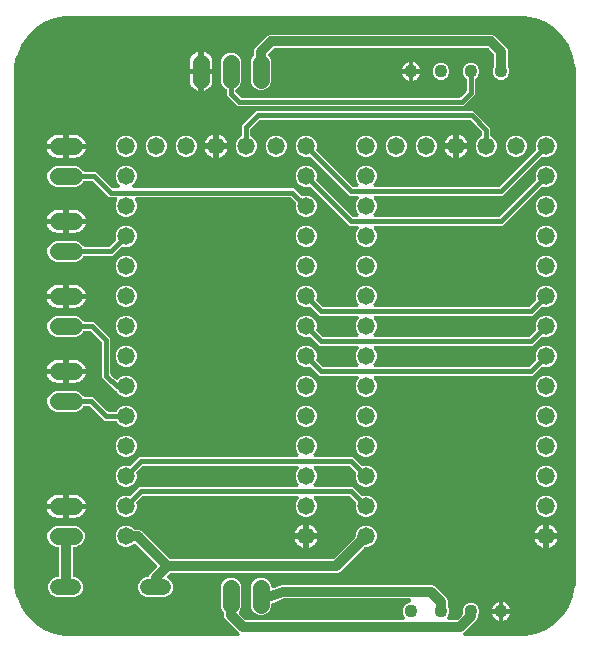
<source format=gbr>
G04 EAGLE Gerber RS-274X export*
G75*
%MOMM*%
%FSLAX34Y34*%
%LPD*%
%INTop Copper*%
%IPPOS*%
%AMOC8*
5,1,8,0,0,1.08239X$1,22.5*%
G01*
%ADD10C,1.422400*%
%ADD11C,1.473200*%
%ADD12C,1.108000*%
%ADD13C,1.320800*%
%ADD14C,0.812800*%
%ADD15C,0.406400*%
%ADD16C,0.706400*%

G36*
X221109Y42194D02*
X221109Y42194D01*
X221118Y42193D01*
X221309Y42214D01*
X221500Y42233D01*
X221509Y42235D01*
X221518Y42236D01*
X221700Y42294D01*
X221885Y42351D01*
X221893Y42355D01*
X221902Y42358D01*
X222070Y42451D01*
X222239Y42543D01*
X222246Y42548D01*
X222254Y42553D01*
X222402Y42678D01*
X222549Y42800D01*
X222554Y42807D01*
X222561Y42813D01*
X222681Y42965D01*
X222801Y43114D01*
X222805Y43122D01*
X222811Y43129D01*
X222898Y43301D01*
X222986Y43471D01*
X222989Y43480D01*
X222993Y43488D01*
X223045Y43674D01*
X223098Y43858D01*
X223099Y43867D01*
X223101Y43876D01*
X223115Y44068D01*
X223131Y44260D01*
X223130Y44268D01*
X223130Y44277D01*
X223106Y44470D01*
X223084Y44659D01*
X223081Y44668D01*
X223080Y44677D01*
X223018Y44860D01*
X222959Y45042D01*
X222954Y45050D01*
X222952Y45058D01*
X222856Y45224D01*
X222761Y45393D01*
X222755Y45400D01*
X222751Y45407D01*
X222536Y45660D01*
X220752Y47444D01*
X211162Y57034D01*
X210311Y59088D01*
X210311Y61621D01*
X210309Y61648D01*
X210311Y61675D01*
X210289Y61849D01*
X210271Y62022D01*
X210264Y62047D01*
X210260Y62074D01*
X210204Y62240D01*
X210153Y62407D01*
X210140Y62430D01*
X210132Y62456D01*
X210045Y62607D01*
X209961Y62761D01*
X209944Y62781D01*
X209931Y62805D01*
X209716Y63058D01*
X208578Y64196D01*
X207263Y67370D01*
X207263Y85030D01*
X208578Y88204D01*
X211008Y90634D01*
X214182Y91949D01*
X217618Y91949D01*
X220792Y90634D01*
X223222Y88204D01*
X224537Y85030D01*
X224537Y67370D01*
X223222Y64196D01*
X222951Y63925D01*
X222940Y63911D01*
X222926Y63900D01*
X222812Y63755D01*
X222696Y63614D01*
X222688Y63598D01*
X222677Y63584D01*
X222593Y63419D01*
X222508Y63258D01*
X222502Y63241D01*
X222494Y63225D01*
X222445Y63048D01*
X222393Y62872D01*
X222391Y62854D01*
X222386Y62837D01*
X222373Y62654D01*
X222356Y62471D01*
X222358Y62453D01*
X222357Y62435D01*
X222380Y62253D01*
X222400Y62071D01*
X222405Y62054D01*
X222407Y62036D01*
X222466Y61862D01*
X222521Y61687D01*
X222530Y61671D01*
X222536Y61654D01*
X222627Y61495D01*
X222716Y61335D01*
X222728Y61321D01*
X222737Y61305D01*
X222951Y61052D01*
X227496Y56508D01*
X227517Y56491D01*
X227534Y56470D01*
X227672Y56363D01*
X227808Y56253D01*
X227831Y56240D01*
X227852Y56224D01*
X228009Y56146D01*
X228163Y56064D01*
X228189Y56056D01*
X228213Y56044D01*
X228382Y55999D01*
X228549Y55949D01*
X228576Y55947D01*
X228602Y55940D01*
X228932Y55913D01*
X360992Y55913D01*
X361001Y55914D01*
X361010Y55913D01*
X361201Y55934D01*
X361393Y55953D01*
X361402Y55955D01*
X361411Y55956D01*
X361595Y56015D01*
X361778Y56071D01*
X361786Y56075D01*
X361794Y56078D01*
X361964Y56171D01*
X362132Y56263D01*
X362139Y56268D01*
X362147Y56273D01*
X362294Y56398D01*
X362441Y56520D01*
X362447Y56527D01*
X362454Y56533D01*
X362573Y56684D01*
X362694Y56834D01*
X362698Y56842D01*
X362703Y56849D01*
X362791Y57022D01*
X362879Y57191D01*
X362881Y57200D01*
X362886Y57208D01*
X362937Y57394D01*
X362990Y57578D01*
X362991Y57587D01*
X362994Y57596D01*
X363008Y57788D01*
X363023Y57980D01*
X363022Y57988D01*
X363023Y57997D01*
X362999Y58189D01*
X362976Y58379D01*
X362974Y58388D01*
X362973Y58397D01*
X362911Y58578D01*
X362852Y58762D01*
X362847Y58770D01*
X362844Y58778D01*
X362749Y58944D01*
X362654Y59113D01*
X362648Y59120D01*
X362643Y59127D01*
X362429Y59380D01*
X362311Y59498D01*
X361235Y62095D01*
X361235Y64905D01*
X362311Y67502D01*
X364298Y69489D01*
X367229Y70703D01*
X367233Y70705D01*
X367238Y70707D01*
X367413Y70802D01*
X367584Y70894D01*
X367588Y70896D01*
X367592Y70899D01*
X367743Y71024D01*
X367895Y71150D01*
X367898Y71153D01*
X367901Y71156D01*
X368024Y71309D01*
X368148Y71463D01*
X368151Y71467D01*
X368153Y71470D01*
X368244Y71645D01*
X368336Y71819D01*
X368337Y71823D01*
X368339Y71827D01*
X368393Y72017D01*
X368449Y72206D01*
X368449Y72210D01*
X368450Y72214D01*
X368466Y72409D01*
X368483Y72607D01*
X368483Y72611D01*
X368483Y72616D01*
X368460Y72813D01*
X368438Y73007D01*
X368437Y73011D01*
X368436Y73015D01*
X368376Y73201D01*
X368315Y73390D01*
X368313Y73394D01*
X368311Y73398D01*
X368214Y73571D01*
X368119Y73742D01*
X368116Y73745D01*
X368113Y73749D01*
X367985Y73898D01*
X367857Y74047D01*
X367853Y74050D01*
X367850Y74054D01*
X367696Y74173D01*
X367540Y74296D01*
X367536Y74298D01*
X367532Y74300D01*
X367356Y74388D01*
X367180Y74476D01*
X367176Y74478D01*
X367172Y74480D01*
X366979Y74531D01*
X366792Y74583D01*
X366787Y74583D01*
X366783Y74584D01*
X366452Y74611D01*
X261301Y74611D01*
X261270Y74608D01*
X261239Y74610D01*
X261069Y74588D01*
X260900Y74571D01*
X260871Y74562D01*
X260840Y74558D01*
X260524Y74457D01*
X255808Y72503D01*
X253668Y71617D01*
X253667Y71617D01*
X251191Y70591D01*
X251171Y70580D01*
X251150Y70573D01*
X250993Y70485D01*
X250836Y70401D01*
X250819Y70386D01*
X250799Y70375D01*
X250663Y70258D01*
X250525Y70144D01*
X250511Y70127D01*
X250494Y70112D01*
X250385Y69971D01*
X250272Y69832D01*
X250261Y69812D01*
X250248Y69794D01*
X250168Y69633D01*
X250085Y69475D01*
X250078Y69454D01*
X250068Y69434D01*
X250022Y69260D01*
X249972Y69089D01*
X249970Y69066D01*
X249964Y69045D01*
X249937Y68714D01*
X249937Y67370D01*
X248622Y64196D01*
X246192Y61766D01*
X243018Y60451D01*
X239582Y60451D01*
X236408Y61766D01*
X233978Y64196D01*
X232663Y67370D01*
X232663Y85030D01*
X233978Y88204D01*
X236408Y90634D01*
X239582Y91949D01*
X243018Y91949D01*
X246192Y90634D01*
X248622Y88204D01*
X249960Y84973D01*
X249977Y84809D01*
X249981Y84796D01*
X249982Y84783D01*
X250040Y84604D01*
X250095Y84424D01*
X250101Y84412D01*
X250105Y84400D01*
X250197Y84235D01*
X250287Y84070D01*
X250295Y84060D01*
X250302Y84048D01*
X250424Y83905D01*
X250544Y83761D01*
X250555Y83753D01*
X250563Y83742D01*
X250712Y83626D01*
X250858Y83509D01*
X250870Y83502D01*
X250880Y83494D01*
X251049Y83409D01*
X251215Y83323D01*
X251228Y83319D01*
X251240Y83313D01*
X251422Y83264D01*
X251602Y83212D01*
X251616Y83211D01*
X251629Y83207D01*
X251817Y83194D01*
X252004Y83179D01*
X252017Y83180D01*
X252030Y83179D01*
X252218Y83204D01*
X252403Y83226D01*
X252416Y83230D01*
X252429Y83232D01*
X252745Y83333D01*
X256246Y84783D01*
X256786Y85007D01*
X258674Y85789D01*
X386112Y85789D01*
X388166Y84938D01*
X398438Y74666D01*
X399289Y72612D01*
X399289Y68744D01*
X399291Y68717D01*
X399289Y68690D01*
X399311Y68516D01*
X399329Y68343D01*
X399336Y68318D01*
X399340Y68291D01*
X399395Y68125D01*
X399447Y67958D01*
X399460Y67935D01*
X399468Y67909D01*
X399555Y67758D01*
X399639Y67604D01*
X399655Y67584D01*
X400765Y64905D01*
X400765Y62095D01*
X399689Y59498D01*
X399571Y59380D01*
X399566Y59373D01*
X399559Y59368D01*
X399438Y59218D01*
X399316Y59069D01*
X399312Y59061D01*
X399306Y59054D01*
X399218Y58884D01*
X399128Y58713D01*
X399125Y58705D01*
X399121Y58697D01*
X399068Y58511D01*
X399013Y58327D01*
X399012Y58318D01*
X399010Y58310D01*
X398994Y58118D01*
X398976Y57926D01*
X398977Y57917D01*
X398977Y57908D01*
X398999Y57718D01*
X399020Y57526D01*
X399023Y57517D01*
X399024Y57509D01*
X399083Y57326D01*
X399141Y57142D01*
X399146Y57134D01*
X399148Y57126D01*
X399243Y56959D01*
X399336Y56790D01*
X399342Y56783D01*
X399346Y56775D01*
X399473Y56629D01*
X399597Y56483D01*
X399604Y56477D01*
X399609Y56470D01*
X399761Y56353D01*
X399913Y56233D01*
X399921Y56229D01*
X399928Y56224D01*
X400100Y56138D01*
X400271Y56051D01*
X400280Y56048D01*
X400288Y56044D01*
X400476Y55994D01*
X400659Y55943D01*
X400668Y55942D01*
X400677Y55940D01*
X401008Y55913D01*
X406768Y55913D01*
X406794Y55915D01*
X406821Y55913D01*
X406995Y55935D01*
X407168Y55953D01*
X407194Y55960D01*
X407220Y55964D01*
X407386Y56019D01*
X407553Y56071D01*
X407577Y56084D01*
X407602Y56092D01*
X407753Y56179D01*
X407907Y56263D01*
X407928Y56280D01*
X407951Y56293D01*
X408204Y56508D01*
X411590Y59893D01*
X411604Y59911D01*
X411621Y59925D01*
X411731Y60066D01*
X411845Y60205D01*
X411855Y60225D01*
X411869Y60242D01*
X411950Y60403D01*
X412034Y60561D01*
X412040Y60582D01*
X412050Y60602D01*
X412097Y60775D01*
X412148Y60947D01*
X412150Y60969D01*
X412156Y60990D01*
X412168Y61168D01*
X412185Y61348D01*
X412182Y61370D01*
X412184Y61392D01*
X412161Y61569D01*
X412141Y61748D01*
X412135Y61769D01*
X412132Y61791D01*
X412035Y62091D01*
X412035Y64905D01*
X413111Y67502D01*
X415098Y69489D01*
X417695Y70565D01*
X420505Y70565D01*
X423102Y69489D01*
X425089Y67502D01*
X426165Y64905D01*
X426165Y62095D01*
X425053Y59411D01*
X425029Y59381D01*
X425016Y59357D01*
X425000Y59336D01*
X424922Y59179D01*
X424840Y59025D01*
X424832Y59000D01*
X424820Y58976D01*
X424775Y58806D01*
X424725Y58640D01*
X424723Y58613D01*
X424716Y58587D01*
X424702Y58421D01*
X423838Y56334D01*
X414948Y47444D01*
X413164Y45660D01*
X413158Y45653D01*
X413151Y45648D01*
X413031Y45498D01*
X412909Y45349D01*
X412905Y45341D01*
X412899Y45334D01*
X412811Y45164D01*
X412720Y44993D01*
X412718Y44984D01*
X412714Y44977D01*
X412661Y44792D01*
X412605Y44607D01*
X412605Y44598D01*
X412602Y44590D01*
X412587Y44399D01*
X412569Y44206D01*
X412570Y44197D01*
X412569Y44188D01*
X412592Y43999D01*
X412612Y43806D01*
X412615Y43797D01*
X412616Y43789D01*
X412676Y43607D01*
X412734Y43422D01*
X412738Y43414D01*
X412741Y43406D01*
X412835Y43239D01*
X412929Y43070D01*
X412935Y43063D01*
X412939Y43055D01*
X413064Y42910D01*
X413189Y42763D01*
X413196Y42757D01*
X413202Y42750D01*
X413353Y42634D01*
X413505Y42513D01*
X413513Y42509D01*
X413520Y42504D01*
X413692Y42418D01*
X413864Y42331D01*
X413873Y42328D01*
X413881Y42324D01*
X414067Y42274D01*
X414252Y42223D01*
X414261Y42222D01*
X414270Y42220D01*
X414600Y42193D01*
X460000Y42193D01*
X460043Y42197D01*
X460100Y42195D01*
X464587Y42416D01*
X464658Y42426D01*
X464883Y42452D01*
X473684Y44203D01*
X473716Y44213D01*
X473750Y44217D01*
X474065Y44318D01*
X474069Y44320D01*
X474070Y44320D01*
X482356Y47753D01*
X482385Y47768D01*
X482417Y47779D01*
X482707Y47940D01*
X490168Y52926D01*
X490194Y52947D01*
X490223Y52964D01*
X490476Y53178D01*
X496822Y59524D01*
X496843Y59550D01*
X496868Y59572D01*
X497074Y59832D01*
X502060Y67293D01*
X502076Y67322D01*
X502096Y67349D01*
X502247Y67644D01*
X505682Y75935D01*
X505691Y75965D01*
X505694Y75971D01*
X505695Y75973D01*
X505706Y75997D01*
X505797Y76316D01*
X507548Y85117D01*
X507555Y85189D01*
X507584Y85413D01*
X507805Y89900D01*
X507803Y89944D01*
X507807Y90000D01*
X507807Y520000D01*
X507803Y520043D01*
X507805Y520100D01*
X507584Y524587D01*
X507574Y524658D01*
X507548Y524883D01*
X505797Y533684D01*
X505787Y533716D01*
X505783Y533750D01*
X505682Y534065D01*
X502247Y542356D01*
X502232Y542385D01*
X502221Y542417D01*
X502060Y542707D01*
X497074Y550168D01*
X497053Y550194D01*
X497036Y550223D01*
X496822Y550476D01*
X490476Y556822D01*
X490450Y556843D01*
X490428Y556868D01*
X490168Y557074D01*
X482707Y562060D01*
X482678Y562076D01*
X482651Y562096D01*
X482356Y562247D01*
X474065Y565682D01*
X474033Y565691D01*
X474003Y565706D01*
X473684Y565797D01*
X473680Y565798D01*
X464883Y567548D01*
X464811Y567555D01*
X464587Y567584D01*
X460100Y567805D01*
X460056Y567803D01*
X460000Y567807D01*
X80000Y567807D01*
X79957Y567803D01*
X79900Y567805D01*
X75413Y567584D01*
X75342Y567574D01*
X75117Y567548D01*
X66316Y565797D01*
X66284Y565787D01*
X66250Y565783D01*
X65935Y565682D01*
X65931Y565680D01*
X65930Y565680D01*
X57644Y562247D01*
X57615Y562232D01*
X57583Y562221D01*
X57293Y562060D01*
X49832Y557074D01*
X49806Y557053D01*
X49777Y557036D01*
X49524Y556822D01*
X43178Y550476D01*
X43157Y550450D01*
X43132Y550428D01*
X42926Y550168D01*
X37940Y542707D01*
X37925Y542678D01*
X37904Y542651D01*
X37753Y542356D01*
X34318Y534065D01*
X34309Y534033D01*
X34294Y534003D01*
X34203Y533684D01*
X32452Y524883D01*
X32445Y524811D01*
X32416Y524587D01*
X32195Y520100D01*
X32197Y520056D01*
X32193Y520000D01*
X32193Y90000D01*
X32197Y89957D01*
X32195Y89900D01*
X32416Y85413D01*
X32426Y85342D01*
X32452Y85117D01*
X34203Y76316D01*
X34207Y76302D01*
X34209Y76289D01*
X34214Y76272D01*
X34217Y76250D01*
X34318Y75935D01*
X37753Y67644D01*
X37768Y67615D01*
X37779Y67583D01*
X37940Y67293D01*
X42926Y59832D01*
X42947Y59806D01*
X42964Y59777D01*
X43178Y59524D01*
X49524Y53178D01*
X49550Y53157D01*
X49572Y53132D01*
X49832Y52926D01*
X57293Y47940D01*
X57322Y47925D01*
X57349Y47904D01*
X57644Y47753D01*
X65935Y44318D01*
X65967Y44309D01*
X65997Y44294D01*
X66316Y44203D01*
X66320Y44202D01*
X75117Y42452D01*
X75189Y42445D01*
X75413Y42416D01*
X79900Y42195D01*
X79944Y42197D01*
X80000Y42193D01*
X221100Y42193D01*
X221109Y42194D01*
G37*
%LPC*%
G36*
X328431Y245109D02*
X328431Y245109D01*
X325164Y246463D01*
X322663Y248964D01*
X321309Y252231D01*
X321309Y255769D01*
X322663Y259036D01*
X323302Y259676D01*
X323308Y259683D01*
X323315Y259688D01*
X323435Y259837D01*
X323557Y259987D01*
X323562Y259995D01*
X323567Y260002D01*
X323655Y260172D01*
X323746Y260343D01*
X323749Y260352D01*
X323753Y260359D01*
X323806Y260544D01*
X323861Y260729D01*
X323862Y260738D01*
X323864Y260746D01*
X323880Y260937D01*
X323897Y261130D01*
X323896Y261139D01*
X323897Y261148D01*
X323875Y261337D01*
X323854Y261530D01*
X323851Y261539D01*
X323850Y261547D01*
X323791Y261728D01*
X323732Y261914D01*
X323728Y261922D01*
X323725Y261930D01*
X323631Y262096D01*
X323537Y262266D01*
X323532Y262273D01*
X323527Y262281D01*
X323401Y262427D01*
X323277Y262573D01*
X323270Y262579D01*
X323264Y262586D01*
X323111Y262704D01*
X322961Y262823D01*
X322953Y262827D01*
X322946Y262832D01*
X322773Y262919D01*
X322602Y263005D01*
X322594Y263008D01*
X322586Y263012D01*
X322398Y263062D01*
X322214Y263113D01*
X322205Y263114D01*
X322197Y263116D01*
X321866Y263143D01*
X290627Y263143D01*
X287948Y265822D01*
X283608Y270162D01*
X283590Y270177D01*
X283576Y270194D01*
X283435Y270304D01*
X283296Y270417D01*
X283276Y270428D01*
X283259Y270442D01*
X283099Y270522D01*
X282940Y270606D01*
X282919Y270612D01*
X282899Y270622D01*
X282726Y270670D01*
X282555Y270721D01*
X282532Y270723D01*
X282511Y270729D01*
X282333Y270741D01*
X282154Y270757D01*
X282131Y270755D01*
X282109Y270756D01*
X281932Y270733D01*
X281753Y270714D01*
X281732Y270707D01*
X281710Y270704D01*
X281394Y270603D01*
X281168Y270509D01*
X277631Y270509D01*
X274364Y271863D01*
X271863Y274364D01*
X270509Y277631D01*
X270509Y281169D01*
X271863Y284436D01*
X274364Y286937D01*
X277631Y288291D01*
X281169Y288291D01*
X284436Y286937D01*
X286937Y284436D01*
X288291Y281169D01*
X288291Y277632D01*
X288197Y277406D01*
X288191Y277385D01*
X288181Y277365D01*
X288133Y277192D01*
X288081Y277021D01*
X288079Y276998D01*
X288073Y276977D01*
X288060Y276797D01*
X288043Y276620D01*
X288045Y276598D01*
X288043Y276575D01*
X288066Y276397D01*
X288084Y276219D01*
X288091Y276198D01*
X288094Y276176D01*
X288151Y276006D01*
X288204Y275835D01*
X288215Y275815D01*
X288222Y275794D01*
X288311Y275639D01*
X288397Y275482D01*
X288412Y275465D01*
X288423Y275445D01*
X288638Y275192D01*
X292978Y270852D01*
X292999Y270835D01*
X293017Y270814D01*
X293154Y270708D01*
X293290Y270597D01*
X293314Y270584D01*
X293335Y270568D01*
X293491Y270490D01*
X293646Y270408D01*
X293671Y270400D01*
X293695Y270388D01*
X293864Y270343D01*
X294031Y270293D01*
X294058Y270291D01*
X294084Y270284D01*
X294415Y270257D01*
X321866Y270257D01*
X321875Y270258D01*
X321884Y270257D01*
X322076Y270278D01*
X322267Y270297D01*
X322275Y270299D01*
X322284Y270300D01*
X322466Y270358D01*
X322652Y270415D01*
X322659Y270419D01*
X322668Y270422D01*
X322836Y270515D01*
X323006Y270607D01*
X323012Y270612D01*
X323020Y270617D01*
X323168Y270742D01*
X323315Y270864D01*
X323320Y270871D01*
X323327Y270877D01*
X323447Y271029D01*
X323567Y271178D01*
X323571Y271186D01*
X323577Y271193D01*
X323665Y271366D01*
X323753Y271535D01*
X323755Y271544D01*
X323759Y271552D01*
X323811Y271737D01*
X323864Y271922D01*
X323865Y271931D01*
X323867Y271940D01*
X323881Y272130D01*
X323897Y272324D01*
X323896Y272332D01*
X323897Y272341D01*
X323872Y272533D01*
X323850Y272723D01*
X323847Y272732D01*
X323846Y272741D01*
X323785Y272923D01*
X323725Y273106D01*
X323721Y273114D01*
X323718Y273122D01*
X323622Y273289D01*
X323527Y273457D01*
X323521Y273464D01*
X323517Y273471D01*
X323302Y273724D01*
X322663Y274364D01*
X321309Y277631D01*
X321309Y281169D01*
X322663Y284436D01*
X323302Y285076D01*
X323308Y285083D01*
X323315Y285088D01*
X323435Y285237D01*
X323557Y285387D01*
X323562Y285395D01*
X323567Y285402D01*
X323655Y285572D01*
X323746Y285743D01*
X323749Y285752D01*
X323753Y285759D01*
X323805Y285943D01*
X323861Y286129D01*
X323862Y286138D01*
X323864Y286146D01*
X323880Y286337D01*
X323897Y286530D01*
X323896Y286539D01*
X323897Y286548D01*
X323875Y286737D01*
X323854Y286930D01*
X323851Y286939D01*
X323850Y286947D01*
X323790Y287130D01*
X323732Y287314D01*
X323728Y287322D01*
X323725Y287330D01*
X323631Y287498D01*
X323537Y287666D01*
X323532Y287673D01*
X323527Y287681D01*
X323401Y287827D01*
X323277Y287973D01*
X323270Y287979D01*
X323264Y287986D01*
X323111Y288104D01*
X322961Y288223D01*
X322953Y288227D01*
X322946Y288232D01*
X322773Y288319D01*
X322602Y288405D01*
X322594Y288408D01*
X322586Y288412D01*
X322398Y288462D01*
X322214Y288513D01*
X322205Y288514D01*
X322197Y288516D01*
X321866Y288543D01*
X290627Y288543D01*
X283608Y295562D01*
X283590Y295577D01*
X283576Y295594D01*
X283435Y295704D01*
X283296Y295817D01*
X283276Y295828D01*
X283259Y295842D01*
X283099Y295922D01*
X282940Y296006D01*
X282919Y296012D01*
X282899Y296022D01*
X282726Y296070D01*
X282555Y296121D01*
X282532Y296123D01*
X282511Y296129D01*
X282333Y296141D01*
X282154Y296157D01*
X282131Y296155D01*
X282109Y296156D01*
X281932Y296133D01*
X281753Y296114D01*
X281732Y296107D01*
X281710Y296104D01*
X281394Y296003D01*
X281168Y295909D01*
X277631Y295909D01*
X274364Y297263D01*
X271863Y299764D01*
X270509Y303031D01*
X270509Y306569D01*
X271863Y309836D01*
X274364Y312337D01*
X274774Y312507D01*
X277631Y313691D01*
X281169Y313691D01*
X284436Y312337D01*
X286937Y309836D01*
X288291Y306569D01*
X288291Y303032D01*
X288197Y302806D01*
X288191Y302785D01*
X288181Y302765D01*
X288133Y302592D01*
X288081Y302421D01*
X288079Y302398D01*
X288073Y302377D01*
X288060Y302197D01*
X288043Y302020D01*
X288045Y301998D01*
X288043Y301975D01*
X288066Y301797D01*
X288084Y301619D01*
X288091Y301598D01*
X288094Y301576D01*
X288151Y301406D01*
X288204Y301235D01*
X288215Y301215D01*
X288222Y301194D01*
X288311Y301039D01*
X288397Y300882D01*
X288412Y300865D01*
X288423Y300845D01*
X288638Y300592D01*
X292978Y296252D01*
X292999Y296235D01*
X293017Y296214D01*
X293154Y296108D01*
X293290Y295997D01*
X293314Y295984D01*
X293335Y295968D01*
X293491Y295890D01*
X293646Y295808D01*
X293671Y295800D01*
X293695Y295788D01*
X293864Y295743D01*
X294031Y295693D01*
X294058Y295691D01*
X294084Y295684D01*
X294415Y295657D01*
X321866Y295657D01*
X321875Y295658D01*
X321884Y295657D01*
X322076Y295678D01*
X322267Y295697D01*
X322275Y295699D01*
X322284Y295700D01*
X322466Y295758D01*
X322652Y295815D01*
X322659Y295819D01*
X322668Y295822D01*
X322836Y295915D01*
X323006Y296007D01*
X323012Y296012D01*
X323020Y296017D01*
X323168Y296142D01*
X323315Y296264D01*
X323320Y296271D01*
X323327Y296277D01*
X323447Y296429D01*
X323567Y296578D01*
X323571Y296586D01*
X323577Y296593D01*
X323665Y296766D01*
X323753Y296935D01*
X323755Y296944D01*
X323759Y296952D01*
X323811Y297137D01*
X323864Y297322D01*
X323865Y297331D01*
X323867Y297340D01*
X323881Y297532D01*
X323897Y297724D01*
X323896Y297732D01*
X323897Y297741D01*
X323872Y297933D01*
X323850Y298123D01*
X323847Y298132D01*
X323846Y298141D01*
X323785Y298323D01*
X323725Y298506D01*
X323721Y298514D01*
X323718Y298522D01*
X323622Y298690D01*
X323527Y298857D01*
X323521Y298864D01*
X323517Y298871D01*
X323302Y299124D01*
X322663Y299764D01*
X321309Y303031D01*
X321309Y306569D01*
X322663Y309836D01*
X323302Y310476D01*
X323308Y310483D01*
X323315Y310488D01*
X323435Y310637D01*
X323557Y310787D01*
X323562Y310795D01*
X323567Y310802D01*
X323655Y310972D01*
X323746Y311143D01*
X323749Y311152D01*
X323753Y311159D01*
X323806Y311344D01*
X323861Y311529D01*
X323862Y311538D01*
X323864Y311546D01*
X323880Y311737D01*
X323897Y311930D01*
X323896Y311939D01*
X323897Y311948D01*
X323875Y312137D01*
X323854Y312330D01*
X323851Y312339D01*
X323850Y312347D01*
X323790Y312530D01*
X323732Y312714D01*
X323728Y312722D01*
X323725Y312730D01*
X323631Y312898D01*
X323537Y313066D01*
X323532Y313073D01*
X323527Y313081D01*
X323401Y313227D01*
X323277Y313373D01*
X323270Y313379D01*
X323264Y313386D01*
X323111Y313504D01*
X322961Y313623D01*
X322953Y313627D01*
X322946Y313632D01*
X322773Y313719D01*
X322602Y313805D01*
X322594Y313808D01*
X322586Y313812D01*
X322398Y313862D01*
X322214Y313913D01*
X322205Y313914D01*
X322197Y313916D01*
X321866Y313943D01*
X290627Y313943D01*
X287948Y316622D01*
X283608Y320962D01*
X283590Y320977D01*
X283576Y320994D01*
X283435Y321104D01*
X283296Y321217D01*
X283276Y321228D01*
X283259Y321242D01*
X283099Y321322D01*
X282940Y321406D01*
X282919Y321412D01*
X282899Y321422D01*
X282726Y321470D01*
X282555Y321521D01*
X282532Y321523D01*
X282511Y321529D01*
X282333Y321541D01*
X282154Y321557D01*
X282131Y321555D01*
X282109Y321556D01*
X281932Y321533D01*
X281753Y321514D01*
X281732Y321507D01*
X281710Y321504D01*
X281394Y321403D01*
X281168Y321309D01*
X277631Y321309D01*
X274364Y322663D01*
X271863Y325164D01*
X270509Y328431D01*
X270509Y331969D01*
X271863Y335236D01*
X274364Y337737D01*
X277631Y339091D01*
X281169Y339091D01*
X284436Y337737D01*
X286937Y335236D01*
X288291Y331969D01*
X288291Y328432D01*
X288197Y328206D01*
X288191Y328185D01*
X288181Y328165D01*
X288132Y327991D01*
X288081Y327821D01*
X288079Y327798D01*
X288073Y327777D01*
X288060Y327597D01*
X288043Y327420D01*
X288045Y327398D01*
X288043Y327375D01*
X288066Y327197D01*
X288084Y327019D01*
X288091Y326998D01*
X288094Y326976D01*
X288151Y326806D01*
X288204Y326635D01*
X288215Y326615D01*
X288222Y326594D01*
X288311Y326439D01*
X288397Y326282D01*
X288412Y326265D01*
X288423Y326245D01*
X288638Y325992D01*
X292978Y321652D01*
X292999Y321635D01*
X293017Y321614D01*
X293154Y321508D01*
X293290Y321397D01*
X293314Y321384D01*
X293335Y321368D01*
X293491Y321290D01*
X293646Y321208D01*
X293671Y321200D01*
X293695Y321188D01*
X293864Y321143D01*
X294031Y321093D01*
X294058Y321091D01*
X294084Y321084D01*
X294415Y321057D01*
X321866Y321057D01*
X321875Y321058D01*
X321884Y321057D01*
X322076Y321078D01*
X322267Y321097D01*
X322275Y321099D01*
X322284Y321100D01*
X322466Y321158D01*
X322652Y321215D01*
X322659Y321219D01*
X322668Y321222D01*
X322836Y321315D01*
X323006Y321407D01*
X323012Y321412D01*
X323020Y321417D01*
X323168Y321542D01*
X323315Y321664D01*
X323320Y321671D01*
X323327Y321677D01*
X323447Y321829D01*
X323567Y321978D01*
X323571Y321986D01*
X323577Y321993D01*
X323665Y322166D01*
X323753Y322335D01*
X323755Y322344D01*
X323759Y322352D01*
X323811Y322537D01*
X323864Y322722D01*
X323865Y322731D01*
X323867Y322740D01*
X323881Y322930D01*
X323897Y323124D01*
X323896Y323132D01*
X323897Y323141D01*
X323872Y323333D01*
X323850Y323523D01*
X323847Y323532D01*
X323846Y323541D01*
X323785Y323723D01*
X323725Y323906D01*
X323721Y323914D01*
X323718Y323922D01*
X323622Y324090D01*
X323527Y324257D01*
X323521Y324264D01*
X323517Y324271D01*
X323302Y324524D01*
X322663Y325164D01*
X321309Y328431D01*
X321309Y331969D01*
X322663Y335236D01*
X325164Y337737D01*
X328431Y339091D01*
X331969Y339091D01*
X335236Y337737D01*
X337737Y335236D01*
X339091Y331969D01*
X339091Y328431D01*
X337737Y325164D01*
X337098Y324524D01*
X337092Y324517D01*
X337085Y324512D01*
X336965Y324363D01*
X336843Y324213D01*
X336838Y324205D01*
X336833Y324198D01*
X336745Y324028D01*
X336654Y323857D01*
X336651Y323848D01*
X336647Y323841D01*
X336594Y323656D01*
X336539Y323471D01*
X336538Y323462D01*
X336536Y323454D01*
X336520Y323263D01*
X336503Y323070D01*
X336504Y323061D01*
X336503Y323052D01*
X336525Y322863D01*
X336546Y322670D01*
X336549Y322661D01*
X336550Y322653D01*
X336610Y322470D01*
X336668Y322286D01*
X336672Y322278D01*
X336675Y322270D01*
X336770Y322101D01*
X336863Y321934D01*
X336868Y321927D01*
X336873Y321919D01*
X336999Y321773D01*
X337123Y321627D01*
X337130Y321621D01*
X337136Y321614D01*
X337289Y321496D01*
X337439Y321377D01*
X337447Y321373D01*
X337454Y321368D01*
X337627Y321281D01*
X337798Y321195D01*
X337806Y321192D01*
X337814Y321188D01*
X338002Y321138D01*
X338186Y321087D01*
X338195Y321086D01*
X338203Y321084D01*
X338534Y321057D01*
X467585Y321057D01*
X467612Y321059D01*
X467639Y321057D01*
X467813Y321079D01*
X467986Y321097D01*
X468011Y321104D01*
X468038Y321108D01*
X468204Y321163D01*
X468371Y321215D01*
X468395Y321228D01*
X468420Y321236D01*
X468571Y321323D01*
X468725Y321407D01*
X468745Y321424D01*
X468769Y321437D01*
X469022Y321652D01*
X473362Y325992D01*
X473377Y326010D01*
X473394Y326024D01*
X473504Y326165D01*
X473617Y326304D01*
X473628Y326324D01*
X473642Y326341D01*
X473722Y326501D01*
X473806Y326660D01*
X473812Y326681D01*
X473822Y326701D01*
X473870Y326874D01*
X473921Y327045D01*
X473923Y327068D01*
X473929Y327089D01*
X473941Y327267D01*
X473957Y327446D01*
X473955Y327469D01*
X473956Y327491D01*
X473933Y327668D01*
X473914Y327847D01*
X473907Y327868D01*
X473904Y327890D01*
X473803Y328206D01*
X473709Y328432D01*
X473709Y331969D01*
X475063Y335236D01*
X477564Y337737D01*
X480831Y339091D01*
X484369Y339091D01*
X487636Y337737D01*
X490137Y335236D01*
X491491Y331969D01*
X491491Y328431D01*
X490137Y325164D01*
X487636Y322663D01*
X484369Y321309D01*
X480832Y321309D01*
X480606Y321403D01*
X480585Y321409D01*
X480565Y321419D01*
X480392Y321467D01*
X480221Y321519D01*
X480198Y321521D01*
X480177Y321527D01*
X479997Y321540D01*
X479820Y321557D01*
X479798Y321555D01*
X479775Y321557D01*
X479597Y321534D01*
X479419Y321516D01*
X479398Y321509D01*
X479376Y321506D01*
X479206Y321449D01*
X479035Y321396D01*
X479015Y321385D01*
X478994Y321378D01*
X478839Y321289D01*
X478682Y321203D01*
X478665Y321188D01*
X478645Y321177D01*
X478392Y320962D01*
X471373Y313943D01*
X338534Y313943D01*
X338525Y313942D01*
X338516Y313943D01*
X338324Y313922D01*
X338133Y313903D01*
X338125Y313901D01*
X338116Y313900D01*
X337934Y313842D01*
X337748Y313785D01*
X337741Y313781D01*
X337732Y313778D01*
X337564Y313685D01*
X337394Y313593D01*
X337388Y313588D01*
X337380Y313583D01*
X337232Y313458D01*
X337085Y313336D01*
X337080Y313329D01*
X337073Y313323D01*
X336953Y313171D01*
X336833Y313022D01*
X336829Y313014D01*
X336823Y313007D01*
X336735Y312834D01*
X336647Y312665D01*
X336645Y312656D01*
X336641Y312648D01*
X336589Y312463D01*
X336536Y312278D01*
X336535Y312269D01*
X336533Y312260D01*
X336519Y312068D01*
X336503Y311876D01*
X336504Y311868D01*
X336503Y311859D01*
X336528Y311667D01*
X336550Y311477D01*
X336553Y311468D01*
X336554Y311459D01*
X336615Y311277D01*
X336675Y311094D01*
X336679Y311086D01*
X336682Y311078D01*
X336778Y310910D01*
X336873Y310743D01*
X336879Y310736D01*
X336883Y310729D01*
X337098Y310476D01*
X337737Y309836D01*
X339091Y306569D01*
X339091Y303031D01*
X337737Y299764D01*
X337098Y299124D01*
X337092Y299117D01*
X337085Y299112D01*
X336965Y298963D01*
X336843Y298813D01*
X336838Y298805D01*
X336833Y298798D01*
X336745Y298628D01*
X336654Y298457D01*
X336651Y298448D01*
X336647Y298441D01*
X336594Y298256D01*
X336539Y298071D01*
X336538Y298062D01*
X336536Y298054D01*
X336520Y297863D01*
X336503Y297670D01*
X336504Y297661D01*
X336503Y297652D01*
X336525Y297463D01*
X336546Y297270D01*
X336549Y297261D01*
X336550Y297253D01*
X336610Y297070D01*
X336668Y296886D01*
X336672Y296878D01*
X336675Y296870D01*
X336770Y296701D01*
X336863Y296534D01*
X336868Y296527D01*
X336873Y296519D01*
X336999Y296373D01*
X337123Y296227D01*
X337130Y296221D01*
X337136Y296214D01*
X337289Y296096D01*
X337439Y295977D01*
X337447Y295973D01*
X337454Y295968D01*
X337627Y295881D01*
X337798Y295795D01*
X337806Y295792D01*
X337814Y295788D01*
X338002Y295738D01*
X338186Y295687D01*
X338195Y295686D01*
X338203Y295684D01*
X338534Y295657D01*
X467585Y295657D01*
X467612Y295659D01*
X467639Y295657D01*
X467813Y295679D01*
X467986Y295697D01*
X468011Y295704D01*
X468038Y295708D01*
X468204Y295763D01*
X468371Y295815D01*
X468395Y295828D01*
X468420Y295836D01*
X468571Y295923D01*
X468725Y296007D01*
X468745Y296024D01*
X468769Y296037D01*
X469022Y296252D01*
X473362Y300592D01*
X473377Y300610D01*
X473394Y300624D01*
X473504Y300765D01*
X473617Y300904D01*
X473628Y300924D01*
X473642Y300941D01*
X473722Y301101D01*
X473806Y301260D01*
X473812Y301281D01*
X473822Y301301D01*
X473870Y301474D01*
X473921Y301645D01*
X473923Y301668D01*
X473929Y301689D01*
X473941Y301867D01*
X473957Y302046D01*
X473955Y302069D01*
X473956Y302091D01*
X473933Y302268D01*
X473914Y302447D01*
X473907Y302468D01*
X473904Y302490D01*
X473803Y302806D01*
X473709Y303032D01*
X473709Y306569D01*
X475063Y309836D01*
X477564Y312337D01*
X477974Y312507D01*
X480831Y313691D01*
X484369Y313691D01*
X487636Y312337D01*
X490137Y309836D01*
X491491Y306569D01*
X491491Y303031D01*
X490137Y299764D01*
X487636Y297263D01*
X484445Y295941D01*
X484369Y295909D01*
X480832Y295909D01*
X480606Y296003D01*
X480585Y296009D01*
X480565Y296019D01*
X480392Y296067D01*
X480221Y296119D01*
X480198Y296121D01*
X480177Y296127D01*
X479997Y296140D01*
X479820Y296157D01*
X479798Y296155D01*
X479775Y296157D01*
X479597Y296134D01*
X479419Y296116D01*
X479398Y296109D01*
X479376Y296106D01*
X479206Y296049D01*
X479035Y295996D01*
X479015Y295985D01*
X478994Y295978D01*
X478839Y295889D01*
X478682Y295803D01*
X478665Y295788D01*
X478645Y295777D01*
X478392Y295562D01*
X474052Y291222D01*
X471373Y288543D01*
X338534Y288543D01*
X338525Y288542D01*
X338516Y288543D01*
X338324Y288522D01*
X338133Y288503D01*
X338125Y288501D01*
X338116Y288500D01*
X337934Y288442D01*
X337748Y288385D01*
X337741Y288381D01*
X337732Y288378D01*
X337564Y288285D01*
X337394Y288193D01*
X337388Y288188D01*
X337380Y288183D01*
X337232Y288058D01*
X337085Y287936D01*
X337080Y287929D01*
X337073Y287923D01*
X336953Y287771D01*
X336833Y287622D01*
X336829Y287614D01*
X336823Y287607D01*
X336735Y287434D01*
X336647Y287265D01*
X336645Y287256D01*
X336641Y287248D01*
X336589Y287063D01*
X336536Y286878D01*
X336535Y286869D01*
X336533Y286860D01*
X336519Y286668D01*
X336503Y286476D01*
X336504Y286468D01*
X336503Y286459D01*
X336528Y286267D01*
X336550Y286077D01*
X336553Y286068D01*
X336554Y286059D01*
X336615Y285877D01*
X336675Y285694D01*
X336679Y285686D01*
X336682Y285678D01*
X336778Y285510D01*
X336873Y285343D01*
X336879Y285336D01*
X336883Y285329D01*
X337098Y285076D01*
X337737Y284436D01*
X339091Y281169D01*
X339091Y277631D01*
X337737Y274364D01*
X337098Y273724D01*
X337092Y273717D01*
X337085Y273712D01*
X336965Y273563D01*
X336843Y273413D01*
X336838Y273405D01*
X336833Y273398D01*
X336745Y273228D01*
X336654Y273057D01*
X336651Y273048D01*
X336647Y273041D01*
X336594Y272856D01*
X336539Y272671D01*
X336538Y272662D01*
X336536Y272654D01*
X336520Y272463D01*
X336503Y272270D01*
X336504Y272261D01*
X336503Y272252D01*
X336525Y272063D01*
X336546Y271870D01*
X336549Y271861D01*
X336550Y271853D01*
X336610Y271670D01*
X336668Y271486D01*
X336672Y271478D01*
X336675Y271470D01*
X336770Y271301D01*
X336863Y271134D01*
X336868Y271127D01*
X336873Y271119D01*
X337000Y270971D01*
X337123Y270827D01*
X337130Y270821D01*
X337136Y270814D01*
X337289Y270696D01*
X337439Y270577D01*
X337447Y270573D01*
X337454Y270568D01*
X337627Y270481D01*
X337798Y270395D01*
X337806Y270392D01*
X337814Y270388D01*
X338002Y270338D01*
X338186Y270287D01*
X338195Y270286D01*
X338203Y270284D01*
X338534Y270257D01*
X467585Y270257D01*
X467612Y270259D01*
X467639Y270257D01*
X467813Y270279D01*
X467986Y270297D01*
X468011Y270304D01*
X468038Y270308D01*
X468204Y270363D01*
X468371Y270415D01*
X468395Y270428D01*
X468420Y270436D01*
X468571Y270523D01*
X468725Y270607D01*
X468745Y270624D01*
X468769Y270637D01*
X469022Y270852D01*
X473362Y275192D01*
X473377Y275210D01*
X473394Y275224D01*
X473504Y275365D01*
X473617Y275504D01*
X473628Y275524D01*
X473642Y275541D01*
X473722Y275701D01*
X473806Y275860D01*
X473812Y275881D01*
X473822Y275901D01*
X473870Y276074D01*
X473921Y276245D01*
X473923Y276268D01*
X473929Y276289D01*
X473941Y276467D01*
X473957Y276646D01*
X473955Y276669D01*
X473956Y276691D01*
X473933Y276868D01*
X473914Y277047D01*
X473907Y277068D01*
X473904Y277090D01*
X473803Y277406D01*
X473709Y277632D01*
X473709Y281169D01*
X475063Y284436D01*
X477564Y286937D01*
X480831Y288291D01*
X484369Y288291D01*
X487636Y286937D01*
X490137Y284436D01*
X491491Y281169D01*
X491491Y277631D01*
X490137Y274364D01*
X487636Y271863D01*
X486920Y271566D01*
X486919Y271566D01*
X484369Y270509D01*
X480832Y270509D01*
X480606Y270603D01*
X480585Y270609D01*
X480565Y270619D01*
X480392Y270667D01*
X480221Y270719D01*
X480198Y270721D01*
X480177Y270727D01*
X479997Y270740D01*
X479820Y270757D01*
X479798Y270755D01*
X479775Y270757D01*
X479597Y270734D01*
X479419Y270716D01*
X479398Y270709D01*
X479376Y270706D01*
X479206Y270649D01*
X479035Y270596D01*
X479015Y270585D01*
X478994Y270578D01*
X478839Y270489D01*
X478682Y270403D01*
X478665Y270388D01*
X478645Y270377D01*
X478392Y270162D01*
X471373Y263143D01*
X338534Y263143D01*
X338525Y263142D01*
X338516Y263143D01*
X338324Y263122D01*
X338133Y263103D01*
X338125Y263101D01*
X338116Y263100D01*
X337934Y263042D01*
X337748Y262985D01*
X337741Y262981D01*
X337732Y262978D01*
X337564Y262885D01*
X337394Y262793D01*
X337388Y262788D01*
X337380Y262783D01*
X337232Y262658D01*
X337085Y262536D01*
X337080Y262529D01*
X337073Y262523D01*
X336953Y262371D01*
X336833Y262222D01*
X336829Y262214D01*
X336823Y262207D01*
X336735Y262034D01*
X336647Y261865D01*
X336645Y261856D01*
X336641Y261848D01*
X336588Y261660D01*
X336536Y261478D01*
X336535Y261469D01*
X336533Y261460D01*
X336519Y261268D01*
X336503Y261076D01*
X336504Y261068D01*
X336503Y261059D01*
X336528Y260867D01*
X336550Y260677D01*
X336553Y260668D01*
X336554Y260659D01*
X336615Y260477D01*
X336675Y260294D01*
X336679Y260286D01*
X336682Y260278D01*
X336778Y260110D01*
X336873Y259943D01*
X336879Y259936D01*
X336883Y259929D01*
X337098Y259676D01*
X337737Y259036D01*
X339091Y255769D01*
X339091Y252231D01*
X337737Y248964D01*
X335236Y246463D01*
X331969Y245109D01*
X328431Y245109D01*
G37*
%LPD*%
%LPC*%
G36*
X328431Y372109D02*
X328431Y372109D01*
X325164Y373463D01*
X322663Y375964D01*
X321309Y379231D01*
X321309Y382769D01*
X322663Y386036D01*
X323302Y386676D01*
X323308Y386683D01*
X323315Y386688D01*
X323435Y386837D01*
X323557Y386987D01*
X323562Y386995D01*
X323567Y387002D01*
X323655Y387172D01*
X323746Y387343D01*
X323749Y387352D01*
X323753Y387359D01*
X323806Y387544D01*
X323861Y387729D01*
X323862Y387738D01*
X323864Y387746D01*
X323880Y387937D01*
X323897Y388130D01*
X323896Y388139D01*
X323897Y388148D01*
X323875Y388337D01*
X323854Y388530D01*
X323851Y388539D01*
X323850Y388547D01*
X323790Y388730D01*
X323732Y388914D01*
X323728Y388922D01*
X323725Y388930D01*
X323631Y389098D01*
X323537Y389266D01*
X323532Y389273D01*
X323527Y389281D01*
X323401Y389427D01*
X323277Y389573D01*
X323270Y389579D01*
X323264Y389586D01*
X323111Y389704D01*
X322961Y389823D01*
X322953Y389827D01*
X322946Y389832D01*
X322773Y389919D01*
X322602Y390005D01*
X322594Y390008D01*
X322586Y390012D01*
X322398Y390062D01*
X322214Y390113D01*
X322205Y390114D01*
X322197Y390116D01*
X321866Y390143D01*
X316027Y390143D01*
X313348Y392822D01*
X283608Y422562D01*
X283590Y422577D01*
X283576Y422594D01*
X283435Y422704D01*
X283296Y422817D01*
X283276Y422828D01*
X283259Y422842D01*
X283098Y422922D01*
X282940Y423006D01*
X282919Y423012D01*
X282899Y423022D01*
X282726Y423070D01*
X282555Y423121D01*
X282532Y423123D01*
X282511Y423129D01*
X282333Y423141D01*
X282154Y423157D01*
X282131Y423155D01*
X282109Y423156D01*
X281932Y423133D01*
X281753Y423114D01*
X281732Y423107D01*
X281710Y423104D01*
X281394Y423003D01*
X281168Y422909D01*
X277631Y422909D01*
X274364Y424263D01*
X271863Y426764D01*
X270509Y430031D01*
X270509Y433569D01*
X271863Y436836D01*
X274364Y439337D01*
X277631Y440691D01*
X281169Y440691D01*
X284436Y439337D01*
X286937Y436836D01*
X288291Y433569D01*
X288291Y430032D01*
X288197Y429806D01*
X288191Y429785D01*
X288181Y429765D01*
X288133Y429592D01*
X288081Y429421D01*
X288079Y429398D01*
X288073Y429377D01*
X288060Y429197D01*
X288043Y429020D01*
X288045Y428998D01*
X288043Y428975D01*
X288066Y428797D01*
X288084Y428619D01*
X288091Y428598D01*
X288094Y428576D01*
X288151Y428406D01*
X288204Y428235D01*
X288215Y428215D01*
X288222Y428194D01*
X288311Y428039D01*
X288397Y427882D01*
X288412Y427865D01*
X288423Y427845D01*
X288638Y427592D01*
X318378Y397852D01*
X318399Y397835D01*
X318417Y397814D01*
X318554Y397707D01*
X318690Y397597D01*
X318713Y397584D01*
X318735Y397568D01*
X318892Y397490D01*
X319046Y397408D01*
X319071Y397400D01*
X319095Y397388D01*
X319265Y397343D01*
X319431Y397293D01*
X319458Y397291D01*
X319484Y397284D01*
X319815Y397257D01*
X321866Y397257D01*
X321875Y397258D01*
X321884Y397257D01*
X322076Y397278D01*
X322267Y397297D01*
X322275Y397299D01*
X322284Y397300D01*
X322466Y397358D01*
X322652Y397415D01*
X322659Y397419D01*
X322668Y397422D01*
X322836Y397515D01*
X323006Y397607D01*
X323012Y397612D01*
X323020Y397617D01*
X323168Y397742D01*
X323315Y397864D01*
X323320Y397871D01*
X323327Y397877D01*
X323447Y398029D01*
X323567Y398178D01*
X323571Y398186D01*
X323577Y398193D01*
X323665Y398366D01*
X323753Y398535D01*
X323755Y398544D01*
X323759Y398552D01*
X323811Y398737D01*
X323864Y398922D01*
X323865Y398931D01*
X323867Y398940D01*
X323881Y399130D01*
X323897Y399324D01*
X323896Y399332D01*
X323897Y399341D01*
X323872Y399533D01*
X323850Y399723D01*
X323847Y399732D01*
X323846Y399741D01*
X323785Y399923D01*
X323725Y400106D01*
X323721Y400114D01*
X323718Y400122D01*
X323622Y400289D01*
X323527Y400457D01*
X323521Y400464D01*
X323517Y400471D01*
X323302Y400724D01*
X322663Y401364D01*
X321309Y404631D01*
X321309Y408169D01*
X322663Y411436D01*
X323302Y412076D01*
X323308Y412083D01*
X323315Y412088D01*
X323435Y412237D01*
X323557Y412387D01*
X323562Y412395D01*
X323567Y412402D01*
X323655Y412572D01*
X323746Y412743D01*
X323749Y412751D01*
X323753Y412759D01*
X323806Y412944D01*
X323861Y413129D01*
X323862Y413138D01*
X323864Y413146D01*
X323880Y413337D01*
X323897Y413530D01*
X323896Y413539D01*
X323897Y413548D01*
X323875Y413737D01*
X323854Y413930D01*
X323851Y413939D01*
X323850Y413947D01*
X323790Y414130D01*
X323732Y414314D01*
X323728Y414322D01*
X323725Y414330D01*
X323631Y414498D01*
X323537Y414666D01*
X323532Y414673D01*
X323527Y414681D01*
X323401Y414827D01*
X323277Y414973D01*
X323270Y414979D01*
X323264Y414986D01*
X323111Y415104D01*
X322961Y415223D01*
X322953Y415227D01*
X322946Y415232D01*
X322773Y415319D01*
X322602Y415405D01*
X322594Y415408D01*
X322586Y415412D01*
X322398Y415462D01*
X322214Y415513D01*
X322205Y415514D01*
X322197Y415516D01*
X321866Y415543D01*
X316027Y415543D01*
X313348Y418222D01*
X283608Y447962D01*
X283590Y447977D01*
X283576Y447994D01*
X283435Y448104D01*
X283296Y448217D01*
X283276Y448228D01*
X283259Y448242D01*
X283098Y448322D01*
X282940Y448406D01*
X282919Y448412D01*
X282899Y448422D01*
X282726Y448470D01*
X282555Y448521D01*
X282532Y448523D01*
X282511Y448529D01*
X282333Y448541D01*
X282154Y448557D01*
X282131Y448555D01*
X282109Y448556D01*
X281932Y448533D01*
X281753Y448514D01*
X281732Y448507D01*
X281710Y448504D01*
X281394Y448403D01*
X281168Y448309D01*
X277631Y448309D01*
X274364Y449663D01*
X271863Y452164D01*
X270509Y455431D01*
X270509Y458969D01*
X271863Y462236D01*
X274364Y464737D01*
X277631Y466091D01*
X281169Y466091D01*
X284436Y464737D01*
X286937Y462236D01*
X288291Y458969D01*
X288291Y455432D01*
X288197Y455206D01*
X288191Y455185D01*
X288181Y455165D01*
X288133Y454992D01*
X288081Y454821D01*
X288079Y454798D01*
X288073Y454777D01*
X288060Y454597D01*
X288043Y454420D01*
X288045Y454398D01*
X288043Y454375D01*
X288066Y454197D01*
X288084Y454019D01*
X288091Y453998D01*
X288094Y453976D01*
X288151Y453806D01*
X288204Y453635D01*
X288215Y453615D01*
X288222Y453594D01*
X288311Y453439D01*
X288397Y453282D01*
X288412Y453265D01*
X288423Y453245D01*
X288638Y452992D01*
X318378Y423252D01*
X318399Y423235D01*
X318417Y423214D01*
X318554Y423107D01*
X318690Y422997D01*
X318713Y422984D01*
X318735Y422968D01*
X318892Y422890D01*
X319046Y422808D01*
X319071Y422800D01*
X319095Y422788D01*
X319265Y422743D01*
X319431Y422693D01*
X319458Y422691D01*
X319484Y422684D01*
X319815Y422657D01*
X321866Y422657D01*
X321875Y422658D01*
X321884Y422657D01*
X322076Y422678D01*
X322267Y422697D01*
X322275Y422699D01*
X322284Y422700D01*
X322466Y422758D01*
X322652Y422815D01*
X322659Y422819D01*
X322668Y422822D01*
X322836Y422915D01*
X323006Y423007D01*
X323012Y423012D01*
X323020Y423017D01*
X323168Y423142D01*
X323315Y423264D01*
X323320Y423271D01*
X323327Y423277D01*
X323447Y423429D01*
X323567Y423578D01*
X323571Y423586D01*
X323577Y423593D01*
X323665Y423766D01*
X323753Y423935D01*
X323755Y423944D01*
X323759Y423952D01*
X323811Y424137D01*
X323864Y424322D01*
X323865Y424331D01*
X323867Y424340D01*
X323881Y424532D01*
X323897Y424724D01*
X323896Y424732D01*
X323897Y424741D01*
X323872Y424933D01*
X323850Y425123D01*
X323847Y425132D01*
X323846Y425141D01*
X323785Y425323D01*
X323725Y425506D01*
X323721Y425514D01*
X323718Y425522D01*
X323622Y425690D01*
X323527Y425857D01*
X323521Y425864D01*
X323517Y425871D01*
X323302Y426124D01*
X322663Y426764D01*
X321309Y430031D01*
X321309Y433569D01*
X322663Y436836D01*
X325164Y439337D01*
X328431Y440691D01*
X331969Y440691D01*
X335236Y439337D01*
X337737Y436836D01*
X339091Y433569D01*
X339091Y430031D01*
X337737Y426764D01*
X337098Y426124D01*
X337092Y426117D01*
X337085Y426112D01*
X336965Y425963D01*
X336843Y425813D01*
X336838Y425805D01*
X336833Y425798D01*
X336745Y425628D01*
X336654Y425457D01*
X336651Y425448D01*
X336647Y425441D01*
X336594Y425256D01*
X336539Y425071D01*
X336538Y425062D01*
X336536Y425054D01*
X336520Y424863D01*
X336503Y424670D01*
X336504Y424661D01*
X336503Y424652D01*
X336525Y424463D01*
X336546Y424270D01*
X336549Y424261D01*
X336550Y424253D01*
X336610Y424068D01*
X336668Y423886D01*
X336672Y423878D01*
X336675Y423870D01*
X336770Y423701D01*
X336863Y423534D01*
X336868Y423527D01*
X336873Y423519D01*
X336999Y423373D01*
X337123Y423227D01*
X337130Y423221D01*
X337136Y423214D01*
X337289Y423096D01*
X337439Y422977D01*
X337447Y422973D01*
X337454Y422968D01*
X337627Y422881D01*
X337798Y422795D01*
X337806Y422792D01*
X337814Y422788D01*
X338002Y422738D01*
X338186Y422687D01*
X338195Y422686D01*
X338203Y422684D01*
X338534Y422657D01*
X442185Y422657D01*
X442212Y422659D01*
X442239Y422657D01*
X442413Y422679D01*
X442586Y422697D01*
X442611Y422704D01*
X442638Y422708D01*
X442804Y422763D01*
X442971Y422815D01*
X442994Y422828D01*
X443020Y422836D01*
X443171Y422923D01*
X443325Y423007D01*
X443345Y423024D01*
X443369Y423037D01*
X443622Y423252D01*
X473362Y452992D01*
X473377Y453010D01*
X473394Y453024D01*
X473504Y453165D01*
X473617Y453304D01*
X473628Y453324D01*
X473642Y453341D01*
X473722Y453502D01*
X473806Y453660D01*
X473812Y453681D01*
X473822Y453701D01*
X473870Y453874D01*
X473921Y454045D01*
X473923Y454068D01*
X473929Y454089D01*
X473941Y454267D01*
X473957Y454446D01*
X473955Y454469D01*
X473956Y454491D01*
X473933Y454668D01*
X473914Y454847D01*
X473907Y454868D01*
X473904Y454890D01*
X473803Y455206D01*
X473709Y455432D01*
X473709Y458969D01*
X475063Y462236D01*
X477564Y464737D01*
X480831Y466091D01*
X484369Y466091D01*
X487636Y464737D01*
X490137Y462236D01*
X491491Y458969D01*
X491491Y455431D01*
X490137Y452164D01*
X487636Y449663D01*
X484369Y448309D01*
X480832Y448309D01*
X480606Y448403D01*
X480585Y448409D01*
X480565Y448419D01*
X480392Y448467D01*
X480221Y448519D01*
X480198Y448521D01*
X480177Y448527D01*
X479997Y448540D01*
X479820Y448557D01*
X479798Y448555D01*
X479775Y448557D01*
X479597Y448534D01*
X479419Y448516D01*
X479398Y448509D01*
X479376Y448506D01*
X479206Y448449D01*
X479035Y448396D01*
X479015Y448385D01*
X478994Y448378D01*
X478839Y448289D01*
X478682Y448203D01*
X478665Y448188D01*
X478645Y448177D01*
X478392Y447962D01*
X445973Y415543D01*
X338534Y415543D01*
X338525Y415542D01*
X338516Y415543D01*
X338324Y415522D01*
X338133Y415503D01*
X338125Y415501D01*
X338116Y415500D01*
X337934Y415442D01*
X337748Y415385D01*
X337741Y415381D01*
X337732Y415378D01*
X337564Y415285D01*
X337394Y415193D01*
X337388Y415188D01*
X337380Y415183D01*
X337232Y415058D01*
X337085Y414936D01*
X337080Y414929D01*
X337073Y414923D01*
X336953Y414771D01*
X336833Y414622D01*
X336829Y414614D01*
X336823Y414607D01*
X336735Y414434D01*
X336647Y414265D01*
X336645Y414256D01*
X336641Y414248D01*
X336589Y414063D01*
X336536Y413878D01*
X336535Y413869D01*
X336533Y413860D01*
X336519Y413668D01*
X336503Y413476D01*
X336504Y413468D01*
X336503Y413459D01*
X336528Y413267D01*
X336550Y413077D01*
X336553Y413068D01*
X336554Y413059D01*
X336615Y412877D01*
X336675Y412694D01*
X336679Y412686D01*
X336682Y412678D01*
X336778Y412510D01*
X336873Y412343D01*
X336879Y412336D01*
X336883Y412329D01*
X337098Y412076D01*
X337737Y411436D01*
X339091Y408169D01*
X339091Y404631D01*
X337737Y401364D01*
X337098Y400724D01*
X337092Y400717D01*
X337085Y400712D01*
X336965Y400563D01*
X336843Y400413D01*
X336838Y400405D01*
X336833Y400398D01*
X336745Y400228D01*
X336654Y400057D01*
X336651Y400048D01*
X336647Y400041D01*
X336594Y399856D01*
X336539Y399671D01*
X336538Y399662D01*
X336536Y399654D01*
X336520Y399463D01*
X336503Y399270D01*
X336504Y399261D01*
X336503Y399252D01*
X336525Y399063D01*
X336546Y398870D01*
X336549Y398861D01*
X336550Y398853D01*
X336610Y398670D01*
X336668Y398486D01*
X336672Y398478D01*
X336675Y398470D01*
X336770Y398301D01*
X336863Y398134D01*
X336868Y398127D01*
X336873Y398119D01*
X336999Y397972D01*
X337123Y397827D01*
X337130Y397821D01*
X337136Y397814D01*
X337289Y397696D01*
X337439Y397577D01*
X337447Y397573D01*
X337454Y397568D01*
X337627Y397481D01*
X337798Y397395D01*
X337806Y397392D01*
X337814Y397388D01*
X338002Y397338D01*
X338186Y397287D01*
X338195Y397286D01*
X338203Y397284D01*
X338534Y397257D01*
X442185Y397257D01*
X442212Y397259D01*
X442239Y397257D01*
X442413Y397279D01*
X442586Y397297D01*
X442611Y397304D01*
X442638Y397308D01*
X442804Y397363D01*
X442971Y397415D01*
X442994Y397428D01*
X443020Y397436D01*
X443171Y397523D01*
X443325Y397607D01*
X443345Y397624D01*
X443369Y397637D01*
X443622Y397852D01*
X473362Y427592D01*
X473377Y427610D01*
X473394Y427624D01*
X473504Y427765D01*
X473617Y427904D01*
X473628Y427924D01*
X473642Y427941D01*
X473722Y428102D01*
X473806Y428260D01*
X473812Y428281D01*
X473822Y428301D01*
X473870Y428474D01*
X473921Y428645D01*
X473923Y428668D01*
X473929Y428689D01*
X473941Y428867D01*
X473957Y429046D01*
X473955Y429069D01*
X473956Y429091D01*
X473933Y429268D01*
X473914Y429447D01*
X473907Y429468D01*
X473904Y429490D01*
X473803Y429806D01*
X473709Y430032D01*
X473709Y433569D01*
X475063Y436836D01*
X477564Y439337D01*
X480831Y440691D01*
X484369Y440691D01*
X487636Y439337D01*
X490137Y436836D01*
X491491Y433569D01*
X491491Y430031D01*
X490137Y426764D01*
X487636Y424263D01*
X484369Y422909D01*
X480832Y422909D01*
X480606Y423003D01*
X480585Y423009D01*
X480565Y423019D01*
X480392Y423067D01*
X480221Y423119D01*
X480198Y423121D01*
X480177Y423127D01*
X479997Y423140D01*
X479820Y423157D01*
X479798Y423155D01*
X479775Y423157D01*
X479597Y423134D01*
X479419Y423116D01*
X479398Y423109D01*
X479376Y423106D01*
X479206Y423049D01*
X479035Y422996D01*
X479015Y422985D01*
X478994Y422978D01*
X478839Y422889D01*
X478682Y422803D01*
X478665Y422788D01*
X478645Y422777D01*
X478392Y422562D01*
X445973Y390143D01*
X338534Y390143D01*
X338525Y390142D01*
X338516Y390143D01*
X338324Y390122D01*
X338133Y390103D01*
X338125Y390101D01*
X338116Y390100D01*
X337934Y390042D01*
X337748Y389985D01*
X337741Y389981D01*
X337732Y389978D01*
X337564Y389885D01*
X337394Y389793D01*
X337388Y389788D01*
X337380Y389783D01*
X337232Y389658D01*
X337085Y389536D01*
X337080Y389529D01*
X337073Y389523D01*
X336953Y389371D01*
X336833Y389222D01*
X336829Y389214D01*
X336823Y389207D01*
X336735Y389034D01*
X336647Y388865D01*
X336645Y388856D01*
X336641Y388848D01*
X336588Y388660D01*
X336536Y388478D01*
X336535Y388469D01*
X336533Y388460D01*
X336519Y388268D01*
X336503Y388076D01*
X336504Y388068D01*
X336503Y388059D01*
X336528Y387867D01*
X336550Y387677D01*
X336553Y387668D01*
X336554Y387659D01*
X336615Y387477D01*
X336675Y387294D01*
X336679Y387286D01*
X336682Y387278D01*
X336778Y387110D01*
X336873Y386943D01*
X336879Y386936D01*
X336883Y386929D01*
X337098Y386676D01*
X337737Y386036D01*
X339091Y382769D01*
X339091Y379231D01*
X337737Y375964D01*
X335236Y373463D01*
X334429Y373128D01*
X331969Y372109D01*
X328431Y372109D01*
G37*
%LPD*%
%LPC*%
G36*
X125231Y143509D02*
X125231Y143509D01*
X121964Y144863D01*
X119463Y147364D01*
X118109Y150631D01*
X118109Y154169D01*
X119463Y157436D01*
X121964Y159937D01*
X125231Y161291D01*
X128768Y161291D01*
X128994Y161197D01*
X129015Y161191D01*
X129035Y161181D01*
X129208Y161133D01*
X129379Y161081D01*
X129402Y161079D01*
X129423Y161073D01*
X129603Y161060D01*
X129780Y161043D01*
X129802Y161045D01*
X129825Y161043D01*
X130003Y161066D01*
X130181Y161084D01*
X130202Y161091D01*
X130224Y161094D01*
X130394Y161151D01*
X130565Y161204D01*
X130585Y161215D01*
X130606Y161222D01*
X130761Y161311D01*
X130918Y161397D01*
X130935Y161412D01*
X130955Y161423D01*
X131208Y161638D01*
X135548Y165978D01*
X138227Y168657D01*
X271066Y168657D01*
X271075Y168658D01*
X271084Y168657D01*
X271276Y168678D01*
X271467Y168697D01*
X271475Y168699D01*
X271484Y168700D01*
X271666Y168758D01*
X271852Y168815D01*
X271859Y168819D01*
X271868Y168822D01*
X272036Y168915D01*
X272206Y169007D01*
X272212Y169012D01*
X272220Y169017D01*
X272368Y169142D01*
X272515Y169264D01*
X272520Y169271D01*
X272527Y169277D01*
X272647Y169429D01*
X272767Y169578D01*
X272771Y169586D01*
X272777Y169593D01*
X272865Y169766D01*
X272953Y169935D01*
X272955Y169944D01*
X272959Y169952D01*
X273011Y170137D01*
X273064Y170322D01*
X273065Y170331D01*
X273067Y170340D01*
X273081Y170530D01*
X273097Y170724D01*
X273096Y170732D01*
X273097Y170741D01*
X273072Y170933D01*
X273050Y171123D01*
X273047Y171132D01*
X273046Y171141D01*
X272985Y171323D01*
X272925Y171506D01*
X272921Y171514D01*
X272918Y171522D01*
X272822Y171690D01*
X272727Y171857D01*
X272721Y171864D01*
X272717Y171871D01*
X272502Y172124D01*
X271863Y172764D01*
X270509Y176031D01*
X270509Y179569D01*
X271863Y182836D01*
X272502Y183476D01*
X272508Y183483D01*
X272515Y183488D01*
X272635Y183637D01*
X272757Y183787D01*
X272762Y183795D01*
X272767Y183802D01*
X272855Y183972D01*
X272946Y184143D01*
X272949Y184152D01*
X272953Y184159D01*
X273006Y184344D01*
X273061Y184529D01*
X273062Y184538D01*
X273064Y184546D01*
X273080Y184737D01*
X273097Y184930D01*
X273096Y184939D01*
X273097Y184948D01*
X273075Y185137D01*
X273054Y185330D01*
X273051Y185339D01*
X273050Y185347D01*
X272990Y185530D01*
X272932Y185714D01*
X272928Y185722D01*
X272925Y185730D01*
X272831Y185898D01*
X272737Y186066D01*
X272732Y186073D01*
X272727Y186081D01*
X272601Y186227D01*
X272477Y186373D01*
X272470Y186379D01*
X272464Y186386D01*
X272311Y186504D01*
X272161Y186623D01*
X272153Y186627D01*
X272146Y186632D01*
X271973Y186719D01*
X271802Y186805D01*
X271794Y186808D01*
X271786Y186812D01*
X271598Y186862D01*
X271414Y186913D01*
X271405Y186914D01*
X271397Y186916D01*
X271066Y186943D01*
X142015Y186943D01*
X141988Y186941D01*
X141961Y186943D01*
X141787Y186921D01*
X141614Y186903D01*
X141589Y186896D01*
X141562Y186892D01*
X141396Y186837D01*
X141229Y186785D01*
X141205Y186772D01*
X141180Y186764D01*
X141029Y186677D01*
X140875Y186593D01*
X140855Y186576D01*
X140831Y186563D01*
X140578Y186348D01*
X136238Y182008D01*
X136223Y181990D01*
X136206Y181976D01*
X136096Y181835D01*
X135983Y181696D01*
X135972Y181676D01*
X135958Y181659D01*
X135878Y181499D01*
X135794Y181340D01*
X135788Y181319D01*
X135778Y181299D01*
X135730Y181126D01*
X135679Y180955D01*
X135677Y180932D01*
X135671Y180911D01*
X135659Y180733D01*
X135643Y180554D01*
X135645Y180531D01*
X135644Y180509D01*
X135667Y180332D01*
X135686Y180153D01*
X135693Y180132D01*
X135696Y180110D01*
X135797Y179794D01*
X135891Y179568D01*
X135891Y176031D01*
X134537Y172764D01*
X132036Y170263D01*
X128769Y168909D01*
X125231Y168909D01*
X121964Y170263D01*
X119463Y172764D01*
X118109Y176031D01*
X118109Y179569D01*
X119463Y182836D01*
X121964Y185337D01*
X125231Y186691D01*
X128768Y186691D01*
X128994Y186597D01*
X129015Y186591D01*
X129035Y186581D01*
X129208Y186533D01*
X129379Y186481D01*
X129402Y186479D01*
X129423Y186473D01*
X129603Y186460D01*
X129780Y186443D01*
X129802Y186445D01*
X129825Y186443D01*
X130003Y186466D01*
X130181Y186484D01*
X130202Y186491D01*
X130224Y186494D01*
X130394Y186551D01*
X130565Y186604D01*
X130585Y186615D01*
X130606Y186622D01*
X130761Y186711D01*
X130918Y186797D01*
X130935Y186812D01*
X130955Y186823D01*
X131208Y187038D01*
X135548Y191378D01*
X138227Y194057D01*
X271066Y194057D01*
X271075Y194058D01*
X271084Y194057D01*
X271276Y194078D01*
X271467Y194097D01*
X271475Y194099D01*
X271484Y194100D01*
X271666Y194158D01*
X271852Y194215D01*
X271859Y194219D01*
X271868Y194222D01*
X272036Y194315D01*
X272206Y194407D01*
X272212Y194412D01*
X272220Y194417D01*
X272368Y194542D01*
X272515Y194664D01*
X272520Y194671D01*
X272527Y194677D01*
X272647Y194829D01*
X272767Y194978D01*
X272771Y194986D01*
X272777Y194993D01*
X272865Y195166D01*
X272953Y195335D01*
X272955Y195344D01*
X272959Y195352D01*
X273011Y195537D01*
X273064Y195722D01*
X273065Y195731D01*
X273067Y195740D01*
X273081Y195930D01*
X273097Y196124D01*
X273096Y196132D01*
X273097Y196141D01*
X273072Y196333D01*
X273050Y196523D01*
X273047Y196532D01*
X273046Y196541D01*
X272985Y196723D01*
X272925Y196906D01*
X272921Y196914D01*
X272918Y196922D01*
X272822Y197090D01*
X272727Y197257D01*
X272721Y197264D01*
X272717Y197271D01*
X272502Y197524D01*
X271863Y198164D01*
X270509Y201431D01*
X270509Y204969D01*
X271863Y208236D01*
X274364Y210737D01*
X274864Y210944D01*
X274864Y210945D01*
X277631Y212091D01*
X281169Y212091D01*
X284436Y210737D01*
X286937Y208236D01*
X288291Y204969D01*
X288291Y201431D01*
X286937Y198164D01*
X286298Y197524D01*
X286292Y197517D01*
X286285Y197512D01*
X286165Y197363D01*
X286043Y197213D01*
X286038Y197205D01*
X286033Y197198D01*
X285945Y197028D01*
X285854Y196857D01*
X285851Y196848D01*
X285847Y196841D01*
X285794Y196656D01*
X285739Y196471D01*
X285738Y196462D01*
X285736Y196454D01*
X285720Y196263D01*
X285703Y196070D01*
X285704Y196061D01*
X285703Y196052D01*
X285725Y195863D01*
X285746Y195670D01*
X285749Y195661D01*
X285750Y195653D01*
X285810Y195470D01*
X285868Y195286D01*
X285872Y195278D01*
X285875Y195270D01*
X285970Y195101D01*
X286063Y194934D01*
X286068Y194927D01*
X286073Y194919D01*
X286199Y194773D01*
X286323Y194627D01*
X286330Y194621D01*
X286336Y194614D01*
X286489Y194496D01*
X286639Y194377D01*
X286647Y194373D01*
X286654Y194368D01*
X286827Y194281D01*
X286998Y194195D01*
X287006Y194192D01*
X287014Y194188D01*
X287202Y194138D01*
X287386Y194087D01*
X287395Y194086D01*
X287403Y194084D01*
X287734Y194057D01*
X318973Y194057D01*
X325992Y187038D01*
X326010Y187023D01*
X326024Y187006D01*
X326165Y186896D01*
X326304Y186783D01*
X326324Y186772D01*
X326341Y186758D01*
X326501Y186678D01*
X326660Y186594D01*
X326681Y186588D01*
X326701Y186578D01*
X326874Y186530D01*
X327045Y186479D01*
X327068Y186477D01*
X327089Y186471D01*
X327267Y186459D01*
X327446Y186443D01*
X327469Y186445D01*
X327491Y186444D01*
X327668Y186467D01*
X327847Y186486D01*
X327868Y186493D01*
X327890Y186496D01*
X328206Y186597D01*
X328432Y186691D01*
X331969Y186691D01*
X335236Y185337D01*
X337737Y182836D01*
X339091Y179569D01*
X339091Y176031D01*
X337737Y172764D01*
X335236Y170263D01*
X331969Y168909D01*
X328431Y168909D01*
X325164Y170263D01*
X322663Y172764D01*
X321309Y176031D01*
X321309Y179568D01*
X321403Y179794D01*
X321409Y179815D01*
X321419Y179835D01*
X321467Y180008D01*
X321519Y180179D01*
X321521Y180202D01*
X321527Y180223D01*
X321540Y180403D01*
X321557Y180580D01*
X321555Y180602D01*
X321557Y180625D01*
X321534Y180803D01*
X321516Y180981D01*
X321509Y181002D01*
X321506Y181024D01*
X321449Y181194D01*
X321396Y181365D01*
X321385Y181385D01*
X321378Y181406D01*
X321289Y181561D01*
X321203Y181718D01*
X321188Y181735D01*
X321177Y181755D01*
X320962Y182008D01*
X316622Y186348D01*
X316601Y186365D01*
X316583Y186386D01*
X316446Y186492D01*
X316310Y186603D01*
X316286Y186616D01*
X316265Y186632D01*
X316109Y186710D01*
X315954Y186792D01*
X315929Y186800D01*
X315905Y186812D01*
X315736Y186857D01*
X315569Y186907D01*
X315542Y186909D01*
X315516Y186916D01*
X315185Y186943D01*
X287734Y186943D01*
X287725Y186942D01*
X287716Y186943D01*
X287524Y186922D01*
X287333Y186903D01*
X287325Y186901D01*
X287316Y186900D01*
X287134Y186842D01*
X286948Y186785D01*
X286941Y186781D01*
X286932Y186778D01*
X286764Y186685D01*
X286594Y186593D01*
X286588Y186588D01*
X286580Y186583D01*
X286432Y186458D01*
X286285Y186336D01*
X286280Y186329D01*
X286273Y186323D01*
X286153Y186171D01*
X286033Y186022D01*
X286029Y186014D01*
X286023Y186007D01*
X285935Y185834D01*
X285847Y185665D01*
X285845Y185656D01*
X285841Y185648D01*
X285789Y185463D01*
X285736Y185278D01*
X285735Y185269D01*
X285733Y185260D01*
X285719Y185068D01*
X285703Y184876D01*
X285704Y184868D01*
X285703Y184859D01*
X285728Y184667D01*
X285750Y184477D01*
X285753Y184468D01*
X285754Y184459D01*
X285815Y184277D01*
X285875Y184094D01*
X285879Y184086D01*
X285882Y184078D01*
X285978Y183910D01*
X286073Y183743D01*
X286079Y183736D01*
X286083Y183729D01*
X286298Y183476D01*
X286937Y182836D01*
X288291Y179569D01*
X288291Y176031D01*
X286937Y172764D01*
X286298Y172124D01*
X286292Y172117D01*
X286285Y172112D01*
X286165Y171963D01*
X286043Y171813D01*
X286038Y171805D01*
X286033Y171798D01*
X285945Y171628D01*
X285854Y171457D01*
X285851Y171448D01*
X285847Y171441D01*
X285794Y171256D01*
X285739Y171071D01*
X285738Y171062D01*
X285736Y171054D01*
X285720Y170863D01*
X285703Y170670D01*
X285704Y170661D01*
X285703Y170652D01*
X285725Y170463D01*
X285746Y170270D01*
X285749Y170261D01*
X285750Y170253D01*
X285810Y170070D01*
X285868Y169886D01*
X285872Y169878D01*
X285875Y169870D01*
X285970Y169701D01*
X286063Y169534D01*
X286068Y169527D01*
X286073Y169519D01*
X286199Y169373D01*
X286323Y169227D01*
X286330Y169221D01*
X286336Y169214D01*
X286489Y169096D01*
X286639Y168977D01*
X286647Y168973D01*
X286654Y168968D01*
X286827Y168881D01*
X286998Y168795D01*
X287006Y168792D01*
X287014Y168788D01*
X287202Y168738D01*
X287386Y168687D01*
X287395Y168686D01*
X287403Y168684D01*
X287734Y168657D01*
X318973Y168657D01*
X321652Y165978D01*
X325992Y161638D01*
X326010Y161623D01*
X326024Y161606D01*
X326165Y161496D01*
X326304Y161383D01*
X326324Y161372D01*
X326341Y161358D01*
X326501Y161278D01*
X326660Y161194D01*
X326681Y161188D01*
X326701Y161178D01*
X326874Y161130D01*
X327045Y161079D01*
X327068Y161077D01*
X327089Y161071D01*
X327267Y161059D01*
X327446Y161043D01*
X327469Y161045D01*
X327491Y161044D01*
X327668Y161067D01*
X327847Y161086D01*
X327868Y161093D01*
X327890Y161096D01*
X328206Y161197D01*
X328432Y161291D01*
X331969Y161291D01*
X335236Y159937D01*
X337737Y157436D01*
X339091Y154169D01*
X339091Y150631D01*
X337737Y147364D01*
X335236Y144863D01*
X331969Y143509D01*
X328431Y143509D01*
X325164Y144863D01*
X322663Y147364D01*
X321309Y150631D01*
X321309Y154168D01*
X321403Y154394D01*
X321409Y154415D01*
X321419Y154435D01*
X321467Y154608D01*
X321519Y154779D01*
X321521Y154802D01*
X321527Y154823D01*
X321540Y155003D01*
X321557Y155180D01*
X321555Y155202D01*
X321557Y155225D01*
X321534Y155403D01*
X321516Y155581D01*
X321509Y155602D01*
X321506Y155624D01*
X321449Y155794D01*
X321396Y155965D01*
X321385Y155985D01*
X321378Y156006D01*
X321289Y156161D01*
X321203Y156318D01*
X321188Y156335D01*
X321177Y156355D01*
X320962Y156608D01*
X316622Y160948D01*
X316601Y160965D01*
X316583Y160986D01*
X316446Y161092D01*
X316310Y161203D01*
X316286Y161216D01*
X316265Y161232D01*
X316109Y161310D01*
X315954Y161392D01*
X315929Y161400D01*
X315905Y161412D01*
X315736Y161457D01*
X315569Y161507D01*
X315542Y161509D01*
X315516Y161516D01*
X315185Y161543D01*
X287734Y161543D01*
X287725Y161542D01*
X287716Y161543D01*
X287524Y161522D01*
X287333Y161503D01*
X287325Y161501D01*
X287316Y161500D01*
X287134Y161442D01*
X286948Y161385D01*
X286941Y161381D01*
X286932Y161378D01*
X286764Y161285D01*
X286594Y161193D01*
X286588Y161188D01*
X286580Y161183D01*
X286432Y161058D01*
X286285Y160936D01*
X286280Y160929D01*
X286273Y160923D01*
X286153Y160771D01*
X286033Y160622D01*
X286029Y160614D01*
X286023Y160607D01*
X285935Y160434D01*
X285847Y160265D01*
X285845Y160256D01*
X285841Y160248D01*
X285789Y160063D01*
X285736Y159878D01*
X285735Y159869D01*
X285733Y159860D01*
X285719Y159668D01*
X285703Y159476D01*
X285704Y159468D01*
X285703Y159459D01*
X285728Y159267D01*
X285750Y159077D01*
X285753Y159068D01*
X285754Y159059D01*
X285815Y158877D01*
X285875Y158694D01*
X285879Y158686D01*
X285882Y158678D01*
X285978Y158510D01*
X286073Y158343D01*
X286079Y158336D01*
X286083Y158329D01*
X286298Y158076D01*
X286937Y157436D01*
X288291Y154169D01*
X288291Y150631D01*
X286937Y147364D01*
X284436Y144863D01*
X281169Y143509D01*
X277631Y143509D01*
X274364Y144863D01*
X271863Y147364D01*
X270509Y150631D01*
X270509Y154169D01*
X271863Y157436D01*
X272502Y158076D01*
X272508Y158083D01*
X272515Y158088D01*
X272635Y158237D01*
X272757Y158387D01*
X272762Y158395D01*
X272767Y158402D01*
X272855Y158572D01*
X272946Y158743D01*
X272949Y158752D01*
X272953Y158759D01*
X273006Y158944D01*
X273061Y159129D01*
X273062Y159138D01*
X273064Y159146D01*
X273080Y159335D01*
X273097Y159530D01*
X273096Y159539D01*
X273097Y159548D01*
X273075Y159737D01*
X273054Y159930D01*
X273051Y159939D01*
X273050Y159947D01*
X272990Y160130D01*
X272932Y160314D01*
X272928Y160322D01*
X272925Y160330D01*
X272831Y160498D01*
X272737Y160666D01*
X272732Y160673D01*
X272727Y160681D01*
X272601Y160827D01*
X272477Y160973D01*
X272470Y160979D01*
X272464Y160986D01*
X272311Y161104D01*
X272161Y161223D01*
X272153Y161227D01*
X272146Y161232D01*
X271973Y161319D01*
X271802Y161405D01*
X271794Y161408D01*
X271786Y161412D01*
X271598Y161462D01*
X271414Y161513D01*
X271405Y161514D01*
X271397Y161516D01*
X271066Y161543D01*
X142015Y161543D01*
X141988Y161541D01*
X141961Y161543D01*
X141787Y161521D01*
X141614Y161503D01*
X141589Y161496D01*
X141562Y161492D01*
X141396Y161437D01*
X141229Y161385D01*
X141205Y161372D01*
X141180Y161364D01*
X141029Y161277D01*
X140875Y161193D01*
X140855Y161176D01*
X140831Y161163D01*
X140578Y160948D01*
X136238Y156608D01*
X136223Y156590D01*
X136206Y156576D01*
X136096Y156435D01*
X135983Y156296D01*
X135972Y156276D01*
X135958Y156259D01*
X135878Y156099D01*
X135794Y155940D01*
X135788Y155919D01*
X135778Y155899D01*
X135730Y155726D01*
X135679Y155555D01*
X135677Y155532D01*
X135671Y155511D01*
X135659Y155333D01*
X135643Y155154D01*
X135645Y155131D01*
X135644Y155109D01*
X135667Y154932D01*
X135686Y154753D01*
X135693Y154732D01*
X135696Y154710D01*
X135797Y154394D01*
X135891Y154168D01*
X135891Y150631D01*
X134537Y147364D01*
X132036Y144863D01*
X128769Y143509D01*
X125231Y143509D01*
G37*
%LPD*%
%LPC*%
G36*
X143879Y75871D02*
X143879Y75871D01*
X140891Y77109D01*
X138605Y79395D01*
X137367Y82383D01*
X137367Y85617D01*
X138605Y88605D01*
X140891Y90891D01*
X143879Y92129D01*
X144788Y92129D01*
X144811Y92131D01*
X144833Y92129D01*
X145010Y92151D01*
X145189Y92169D01*
X145210Y92175D01*
X145232Y92178D01*
X145402Y92234D01*
X145574Y92287D01*
X145594Y92297D01*
X145615Y92304D01*
X145770Y92393D01*
X145928Y92479D01*
X145945Y92493D01*
X145964Y92504D01*
X146100Y92622D01*
X146237Y92736D01*
X146251Y92754D01*
X146268Y92768D01*
X146377Y92910D01*
X146489Y93050D01*
X146500Y93070D01*
X146513Y93088D01*
X146665Y93383D01*
X147362Y95066D01*
X152760Y100464D01*
X152771Y100478D01*
X152785Y100489D01*
X152899Y100633D01*
X153015Y100775D01*
X153023Y100791D01*
X153035Y100805D01*
X153118Y100969D01*
X153204Y101131D01*
X153209Y101148D01*
X153217Y101164D01*
X153266Y101341D01*
X153318Y101517D01*
X153320Y101535D01*
X153325Y101552D01*
X153338Y101735D01*
X153355Y101918D01*
X153353Y101936D01*
X153354Y101953D01*
X153331Y102135D01*
X153311Y102318D01*
X153306Y102335D01*
X153304Y102353D01*
X153246Y102526D01*
X153190Y102702D01*
X153181Y102718D01*
X153176Y102734D01*
X153084Y102894D01*
X152995Y103054D01*
X152984Y103068D01*
X152975Y103083D01*
X152760Y103336D01*
X135771Y120325D01*
X135757Y120336D01*
X135746Y120350D01*
X135602Y120464D01*
X135460Y120580D01*
X135444Y120589D01*
X135430Y120600D01*
X135266Y120683D01*
X135104Y120769D01*
X135087Y120774D01*
X135071Y120782D01*
X134894Y120831D01*
X134718Y120884D01*
X134700Y120885D01*
X134683Y120890D01*
X134500Y120903D01*
X134317Y120920D01*
X134299Y120918D01*
X134282Y120919D01*
X134100Y120897D01*
X133917Y120877D01*
X133900Y120871D01*
X133882Y120869D01*
X133709Y120811D01*
X133533Y120755D01*
X133517Y120746D01*
X133500Y120741D01*
X133342Y120649D01*
X133181Y120560D01*
X133167Y120549D01*
X133152Y120540D01*
X132899Y120325D01*
X132036Y119463D01*
X128769Y118109D01*
X125231Y118109D01*
X121964Y119463D01*
X119463Y121964D01*
X118109Y125231D01*
X118109Y128769D01*
X119463Y132036D01*
X121964Y134537D01*
X124984Y135788D01*
X125231Y135891D01*
X128769Y135891D01*
X132036Y134537D01*
X133390Y133184D01*
X133410Y133167D01*
X133428Y133146D01*
X133566Y133039D01*
X133701Y132929D01*
X133725Y132916D01*
X133746Y132900D01*
X133903Y132822D01*
X134057Y132740D01*
X134082Y132732D01*
X134107Y132720D01*
X134276Y132675D01*
X134443Y132625D01*
X134469Y132623D01*
X134495Y132616D01*
X134826Y132589D01*
X138112Y132589D01*
X140166Y131738D01*
X142024Y129880D01*
X163820Y108084D01*
X163841Y108067D01*
X163858Y108046D01*
X163996Y107939D01*
X164131Y107829D01*
X164155Y107816D01*
X164176Y107800D01*
X164333Y107722D01*
X164487Y107640D01*
X164513Y107632D01*
X164537Y107620D01*
X164706Y107575D01*
X164873Y107525D01*
X164900Y107523D01*
X164926Y107516D01*
X165256Y107489D01*
X301944Y107489D01*
X301970Y107491D01*
X301997Y107489D01*
X302171Y107511D01*
X302344Y107529D01*
X302370Y107536D01*
X302396Y107540D01*
X302562Y107595D01*
X302729Y107647D01*
X302753Y107660D01*
X302778Y107668D01*
X302930Y107755D01*
X303083Y107839D01*
X303104Y107856D01*
X303127Y107869D01*
X303380Y108084D01*
X320714Y125418D01*
X320731Y125439D01*
X320752Y125456D01*
X320859Y125594D01*
X320969Y125729D01*
X320982Y125753D01*
X320998Y125774D01*
X321076Y125931D01*
X321158Y126085D01*
X321166Y126111D01*
X321178Y126135D01*
X321223Y126304D01*
X321273Y126471D01*
X321275Y126498D01*
X321282Y126524D01*
X321309Y126854D01*
X321309Y128769D01*
X322663Y132036D01*
X325164Y134537D01*
X328184Y135788D01*
X328431Y135891D01*
X331969Y135891D01*
X335236Y134537D01*
X337737Y132036D01*
X339091Y128769D01*
X339091Y125231D01*
X337737Y121964D01*
X335236Y119463D01*
X331969Y118109D01*
X330054Y118109D01*
X330028Y118107D01*
X330001Y118109D01*
X329827Y118087D01*
X329654Y118069D01*
X329628Y118062D01*
X329602Y118058D01*
X329436Y118002D01*
X329269Y117951D01*
X329245Y117938D01*
X329220Y117930D01*
X329068Y117843D01*
X328915Y117759D01*
X328894Y117742D01*
X328871Y117729D01*
X328618Y117514D01*
X308266Y97162D01*
X306212Y96311D01*
X165256Y96311D01*
X165230Y96309D01*
X165203Y96311D01*
X165029Y96289D01*
X164856Y96271D01*
X164830Y96264D01*
X164804Y96260D01*
X164638Y96205D01*
X164471Y96153D01*
X164447Y96140D01*
X164422Y96132D01*
X164270Y96045D01*
X164117Y95961D01*
X164096Y95944D01*
X164073Y95931D01*
X163820Y95716D01*
X162408Y94304D01*
X162399Y94294D01*
X162389Y94285D01*
X162272Y94138D01*
X162153Y93993D01*
X162147Y93981D01*
X162138Y93970D01*
X162052Y93802D01*
X161964Y93637D01*
X161960Y93624D01*
X161954Y93612D01*
X161903Y93431D01*
X161849Y93251D01*
X161848Y93238D01*
X161845Y93225D01*
X161830Y93038D01*
X161813Y92850D01*
X161815Y92837D01*
X161813Y92823D01*
X161836Y92638D01*
X161856Y92450D01*
X161861Y92437D01*
X161862Y92424D01*
X161921Y92245D01*
X161978Y92066D01*
X161984Y92054D01*
X161989Y92042D01*
X162082Y91878D01*
X162173Y91714D01*
X162181Y91703D01*
X162188Y91692D01*
X162312Y91550D01*
X162433Y91407D01*
X162444Y91398D01*
X162453Y91388D01*
X162602Y91273D01*
X162749Y91157D01*
X162761Y91151D01*
X162772Y91143D01*
X163067Y90991D01*
X163309Y90891D01*
X165595Y88605D01*
X166833Y85617D01*
X166833Y82383D01*
X165595Y79395D01*
X163309Y77109D01*
X160321Y75871D01*
X143879Y75871D01*
G37*
%LPD*%
%LPC*%
G36*
X239582Y504951D02*
X239582Y504951D01*
X236408Y506266D01*
X233978Y508696D01*
X232663Y511870D01*
X232663Y529530D01*
X233978Y532704D01*
X235116Y533843D01*
X235133Y533863D01*
X235154Y533881D01*
X235261Y534019D01*
X235371Y534154D01*
X235384Y534178D01*
X235400Y534199D01*
X235478Y534356D01*
X235560Y534510D01*
X235568Y534535D01*
X235580Y534559D01*
X235625Y534729D01*
X235675Y534896D01*
X235677Y534922D01*
X235684Y534948D01*
X235711Y535279D01*
X235711Y538512D01*
X236562Y540566D01*
X244976Y548980D01*
X244977Y548980D01*
X246834Y550838D01*
X248888Y551689D01*
X436912Y551689D01*
X438966Y550838D01*
X449238Y540566D01*
X450089Y538512D01*
X450089Y525944D01*
X450091Y525917D01*
X450089Y525890D01*
X450111Y525716D01*
X450129Y525543D01*
X450136Y525518D01*
X450140Y525491D01*
X450195Y525325D01*
X450247Y525158D01*
X450260Y525135D01*
X450268Y525109D01*
X450355Y524958D01*
X450439Y524804D01*
X450455Y524784D01*
X451565Y522105D01*
X451565Y519295D01*
X450489Y516698D01*
X448502Y514711D01*
X445905Y513635D01*
X443095Y513635D01*
X440498Y514711D01*
X438511Y516698D01*
X437435Y519295D01*
X437435Y522105D01*
X438547Y524789D01*
X438571Y524819D01*
X438584Y524843D01*
X438600Y524864D01*
X438678Y525021D01*
X438760Y525175D01*
X438768Y525200D01*
X438780Y525224D01*
X438825Y525394D01*
X438875Y525560D01*
X438877Y525587D01*
X438884Y525613D01*
X438911Y525944D01*
X438911Y534244D01*
X438909Y534270D01*
X438911Y534297D01*
X438889Y534471D01*
X438871Y534644D01*
X438864Y534670D01*
X438860Y534696D01*
X438805Y534862D01*
X438753Y535029D01*
X438740Y535053D01*
X438732Y535078D01*
X438645Y535230D01*
X438561Y535383D01*
X438544Y535404D01*
X438531Y535427D01*
X438316Y535680D01*
X434080Y539916D01*
X434059Y539933D01*
X434042Y539954D01*
X433904Y540061D01*
X433768Y540171D01*
X433745Y540184D01*
X433724Y540200D01*
X433567Y540278D01*
X433413Y540360D01*
X433387Y540368D01*
X433363Y540380D01*
X433194Y540425D01*
X433027Y540475D01*
X433000Y540477D01*
X432974Y540484D01*
X432644Y540511D01*
X253156Y540511D01*
X253130Y540509D01*
X253103Y540511D01*
X252929Y540489D01*
X252756Y540471D01*
X252730Y540464D01*
X252704Y540460D01*
X252538Y540405D01*
X252371Y540353D01*
X252347Y540340D01*
X252322Y540332D01*
X252170Y540245D01*
X252017Y540161D01*
X251996Y540144D01*
X251973Y540131D01*
X251720Y539916D01*
X248001Y536198D01*
X247990Y536184D01*
X247976Y536172D01*
X247862Y536028D01*
X247746Y535886D01*
X247738Y535870D01*
X247727Y535856D01*
X247643Y535692D01*
X247558Y535530D01*
X247552Y535513D01*
X247544Y535497D01*
X247495Y535319D01*
X247443Y535144D01*
X247441Y535127D01*
X247436Y535109D01*
X247423Y534926D01*
X247406Y534743D01*
X247408Y534726D01*
X247407Y534708D01*
X247430Y534526D01*
X247450Y534343D01*
X247455Y534326D01*
X247457Y534309D01*
X247516Y534135D01*
X247571Y533959D01*
X247580Y533944D01*
X247586Y533927D01*
X247677Y533767D01*
X247766Y533607D01*
X247778Y533594D01*
X247787Y533578D01*
X248001Y533325D01*
X248622Y532704D01*
X249937Y529530D01*
X249937Y511870D01*
X248622Y508696D01*
X246192Y506266D01*
X243018Y504951D01*
X239582Y504951D01*
G37*
%LPD*%
%LPC*%
G36*
X125231Y397509D02*
X125231Y397509D01*
X121964Y398863D01*
X119463Y401364D01*
X118109Y404631D01*
X118109Y408168D01*
X119545Y411635D01*
X119549Y411648D01*
X119555Y411659D01*
X119607Y411839D01*
X119662Y412020D01*
X119663Y412033D01*
X119666Y412046D01*
X119682Y412234D01*
X119700Y412421D01*
X119698Y412434D01*
X119699Y412448D01*
X119678Y412633D01*
X119658Y412821D01*
X119654Y412834D01*
X119652Y412847D01*
X119594Y413027D01*
X119538Y413206D01*
X119532Y413217D01*
X119528Y413230D01*
X119435Y413394D01*
X119345Y413559D01*
X119336Y413569D01*
X119330Y413581D01*
X119207Y413723D01*
X119086Y413867D01*
X119075Y413875D01*
X119067Y413886D01*
X118919Y414000D01*
X118771Y414118D01*
X118759Y414124D01*
X118748Y414132D01*
X118580Y414216D01*
X118413Y414302D01*
X118400Y414306D01*
X118388Y414312D01*
X118205Y414361D01*
X118025Y414412D01*
X118012Y414413D01*
X117999Y414416D01*
X117668Y414443D01*
X112527Y414443D01*
X99322Y427648D01*
X99301Y427665D01*
X99283Y427686D01*
X99146Y427793D01*
X99010Y427903D01*
X98987Y427916D01*
X98965Y427932D01*
X98808Y428010D01*
X98654Y428092D01*
X98629Y428100D01*
X98605Y428112D01*
X98435Y428157D01*
X98269Y428207D01*
X98242Y428209D01*
X98216Y428216D01*
X97885Y428243D01*
X92544Y428243D01*
X92522Y428241D01*
X92500Y428243D01*
X92322Y428221D01*
X92144Y428203D01*
X92122Y428197D01*
X92100Y428194D01*
X91931Y428138D01*
X91759Y428085D01*
X91739Y428075D01*
X91718Y428068D01*
X91562Y427979D01*
X91405Y427893D01*
X91388Y427879D01*
X91368Y427868D01*
X91232Y427750D01*
X91096Y427636D01*
X91082Y427618D01*
X91065Y427604D01*
X90955Y427462D01*
X90843Y427322D01*
X90833Y427302D01*
X90819Y427284D01*
X90668Y426989D01*
X90634Y426908D01*
X88204Y424478D01*
X85030Y423163D01*
X67370Y423163D01*
X64196Y424478D01*
X61766Y426908D01*
X60451Y430082D01*
X60451Y433518D01*
X61766Y436692D01*
X64196Y439122D01*
X67370Y440437D01*
X85030Y440437D01*
X88204Y439122D01*
X90634Y436692D01*
X90668Y436611D01*
X90678Y436591D01*
X90685Y436570D01*
X90773Y436413D01*
X90858Y436256D01*
X90872Y436239D01*
X90883Y436219D01*
X91000Y436084D01*
X91114Y435945D01*
X91132Y435931D01*
X91146Y435914D01*
X91288Y435805D01*
X91427Y435692D01*
X91447Y435681D01*
X91464Y435668D01*
X91625Y435588D01*
X91783Y435505D01*
X91805Y435498D01*
X91825Y435488D01*
X91999Y435442D01*
X92170Y435392D01*
X92192Y435390D01*
X92214Y435384D01*
X92544Y435357D01*
X101673Y435357D01*
X114878Y422152D01*
X114899Y422135D01*
X114917Y422114D01*
X115054Y422007D01*
X115190Y421897D01*
X115213Y421884D01*
X115235Y421868D01*
X115392Y421790D01*
X115546Y421708D01*
X115571Y421700D01*
X115595Y421688D01*
X115765Y421643D01*
X115931Y421593D01*
X115958Y421591D01*
X115984Y421584D01*
X116315Y421557D01*
X119766Y421557D01*
X119775Y421558D01*
X119784Y421557D01*
X119976Y421578D01*
X120167Y421597D01*
X120175Y421599D01*
X120184Y421600D01*
X120366Y421658D01*
X120552Y421715D01*
X120559Y421719D01*
X120568Y421722D01*
X120736Y421815D01*
X120906Y421907D01*
X120912Y421912D01*
X120920Y421917D01*
X121068Y422042D01*
X121215Y422164D01*
X121220Y422171D01*
X121227Y422177D01*
X121347Y422329D01*
X121467Y422478D01*
X121471Y422486D01*
X121477Y422493D01*
X121564Y422665D01*
X121653Y422835D01*
X121655Y422844D01*
X121659Y422852D01*
X121711Y423037D01*
X121764Y423222D01*
X121765Y423231D01*
X121767Y423240D01*
X121781Y423432D01*
X121797Y423624D01*
X121796Y423632D01*
X121797Y423641D01*
X121772Y423834D01*
X121750Y424023D01*
X121747Y424032D01*
X121746Y424041D01*
X121685Y424223D01*
X121625Y424406D01*
X121621Y424414D01*
X121618Y424422D01*
X121523Y424588D01*
X121427Y424757D01*
X121421Y424764D01*
X121417Y424771D01*
X121202Y425024D01*
X119463Y426764D01*
X118109Y430031D01*
X118109Y433569D01*
X119463Y436836D01*
X121964Y439337D01*
X125231Y440691D01*
X128769Y440691D01*
X132036Y439337D01*
X134537Y436836D01*
X135891Y433569D01*
X135891Y430031D01*
X134537Y426764D01*
X132798Y425024D01*
X132792Y425017D01*
X132785Y425012D01*
X132665Y424862D01*
X132543Y424713D01*
X132538Y424705D01*
X132533Y424698D01*
X132444Y424528D01*
X132354Y424357D01*
X132351Y424348D01*
X132347Y424341D01*
X132294Y424156D01*
X132239Y423971D01*
X132238Y423962D01*
X132236Y423954D01*
X132220Y423763D01*
X132203Y423570D01*
X132204Y423561D01*
X132203Y423552D01*
X132225Y423363D01*
X132246Y423170D01*
X132249Y423161D01*
X132250Y423153D01*
X132309Y422971D01*
X132368Y422786D01*
X132372Y422778D01*
X132375Y422770D01*
X132469Y422603D01*
X132563Y422434D01*
X132568Y422427D01*
X132573Y422419D01*
X132698Y422274D01*
X132823Y422127D01*
X132830Y422121D01*
X132836Y422114D01*
X132986Y421998D01*
X133139Y421877D01*
X133147Y421873D01*
X133154Y421868D01*
X133325Y421782D01*
X133498Y421695D01*
X133506Y421692D01*
X133514Y421688D01*
X133700Y421638D01*
X133886Y421587D01*
X133895Y421586D01*
X133903Y421584D01*
X134234Y421557D01*
X269273Y421557D01*
X271952Y418878D01*
X275192Y415638D01*
X275210Y415623D01*
X275224Y415606D01*
X275365Y415496D01*
X275504Y415383D01*
X275524Y415372D01*
X275541Y415358D01*
X275701Y415278D01*
X275860Y415194D01*
X275881Y415188D01*
X275901Y415178D01*
X276073Y415130D01*
X276245Y415079D01*
X276268Y415077D01*
X276289Y415071D01*
X276467Y415059D01*
X276646Y415043D01*
X276669Y415045D01*
X276691Y415044D01*
X276868Y415067D01*
X277047Y415086D01*
X277068Y415093D01*
X277090Y415096D01*
X277406Y415197D01*
X277632Y415291D01*
X281169Y415291D01*
X284436Y413937D01*
X286937Y411436D01*
X288291Y408169D01*
X288291Y404631D01*
X286937Y401364D01*
X284436Y398863D01*
X281169Y397509D01*
X277631Y397509D01*
X274364Y398863D01*
X271863Y401364D01*
X270509Y404631D01*
X270509Y408168D01*
X270603Y408394D01*
X270609Y408415D01*
X270619Y408435D01*
X270667Y408608D01*
X270719Y408779D01*
X270721Y408802D01*
X270727Y408823D01*
X270740Y409003D01*
X270757Y409180D01*
X270755Y409202D01*
X270757Y409225D01*
X270734Y409403D01*
X270716Y409581D01*
X270709Y409602D01*
X270706Y409624D01*
X270649Y409794D01*
X270596Y409965D01*
X270585Y409985D01*
X270578Y410006D01*
X270489Y410161D01*
X270403Y410318D01*
X270388Y410335D01*
X270377Y410355D01*
X270162Y410608D01*
X266922Y413848D01*
X266901Y413865D01*
X266883Y413886D01*
X266746Y413992D01*
X266610Y414103D01*
X266586Y414116D01*
X266565Y414132D01*
X266409Y414210D01*
X266254Y414292D01*
X266229Y414300D01*
X266205Y414312D01*
X266036Y414357D01*
X265869Y414407D01*
X265842Y414409D01*
X265816Y414416D01*
X265485Y414443D01*
X136332Y414443D01*
X136318Y414442D01*
X136305Y414443D01*
X136119Y414422D01*
X135931Y414403D01*
X135918Y414399D01*
X135905Y414398D01*
X135727Y414341D01*
X135546Y414285D01*
X135534Y414279D01*
X135522Y414275D01*
X135358Y414183D01*
X135192Y414093D01*
X135182Y414085D01*
X135170Y414078D01*
X135027Y413956D01*
X134883Y413836D01*
X134874Y413825D01*
X134864Y413817D01*
X134748Y413668D01*
X134630Y413522D01*
X134624Y413510D01*
X134616Y413500D01*
X134531Y413330D01*
X134445Y413165D01*
X134441Y413152D01*
X134435Y413140D01*
X134385Y412957D01*
X134334Y412778D01*
X134332Y412764D01*
X134329Y412751D01*
X134316Y412563D01*
X134301Y412376D01*
X134302Y412363D01*
X134301Y412350D01*
X134326Y412162D01*
X134348Y411977D01*
X134352Y411964D01*
X134353Y411951D01*
X134455Y411635D01*
X135891Y408168D01*
X135891Y404631D01*
X134537Y401364D01*
X132036Y398863D01*
X128769Y397509D01*
X125231Y397509D01*
G37*
%LPD*%
%LPC*%
G36*
X221440Y491331D02*
X221440Y491331D01*
X212343Y500428D01*
X212343Y504356D01*
X212341Y504378D01*
X212343Y504400D01*
X212321Y504578D01*
X212303Y504756D01*
X212297Y504778D01*
X212294Y504800D01*
X212238Y504969D01*
X212185Y505141D01*
X212175Y505161D01*
X212168Y505182D01*
X212079Y505338D01*
X211993Y505495D01*
X211979Y505512D01*
X211968Y505532D01*
X211850Y505668D01*
X211736Y505804D01*
X211718Y505818D01*
X211704Y505835D01*
X211562Y505945D01*
X211422Y506057D01*
X211402Y506067D01*
X211384Y506081D01*
X211089Y506232D01*
X211008Y506266D01*
X208578Y508696D01*
X207263Y511870D01*
X207263Y529530D01*
X208578Y532704D01*
X211008Y535134D01*
X212965Y535944D01*
X212965Y535945D01*
X214182Y536449D01*
X217618Y536449D01*
X220792Y535134D01*
X223222Y532704D01*
X224537Y529530D01*
X224537Y511870D01*
X223222Y508696D01*
X220792Y506266D01*
X220711Y506232D01*
X220691Y506222D01*
X220670Y506215D01*
X220514Y506127D01*
X220356Y506042D01*
X220339Y506028D01*
X220319Y506017D01*
X220184Y505900D01*
X220045Y505786D01*
X220031Y505768D01*
X220014Y505754D01*
X219905Y505612D01*
X219792Y505473D01*
X219781Y505453D01*
X219768Y505436D01*
X219688Y505275D01*
X219605Y505117D01*
X219598Y505095D01*
X219588Y505075D01*
X219542Y504901D01*
X219492Y504730D01*
X219490Y504708D01*
X219484Y504686D01*
X219457Y504356D01*
X219457Y504216D01*
X219459Y504189D01*
X219457Y504162D01*
X219479Y503989D01*
X219497Y503815D01*
X219504Y503790D01*
X219508Y503763D01*
X219563Y503597D01*
X219615Y503430D01*
X219628Y503407D01*
X219636Y503381D01*
X219723Y503230D01*
X219807Y503076D01*
X219824Y503056D01*
X219837Y503032D01*
X220052Y502779D01*
X223791Y499040D01*
X223812Y499023D01*
X223830Y499002D01*
X223968Y498895D01*
X224103Y498785D01*
X224127Y498772D01*
X224148Y498756D01*
X224305Y498678D01*
X224459Y498596D01*
X224484Y498588D01*
X224508Y498576D01*
X224678Y498531D01*
X224845Y498481D01*
X224871Y498479D01*
X224897Y498472D01*
X225228Y498445D01*
X408973Y498445D01*
X409000Y498447D01*
X409027Y498445D01*
X409201Y498467D01*
X409374Y498485D01*
X409399Y498492D01*
X409426Y498496D01*
X409592Y498551D01*
X409759Y498603D01*
X409782Y498616D01*
X409808Y498624D01*
X409959Y498711D01*
X410113Y498795D01*
X410133Y498812D01*
X410157Y498825D01*
X410410Y499040D01*
X414948Y503578D01*
X414965Y503599D01*
X414986Y503617D01*
X415093Y503754D01*
X415203Y503890D01*
X415216Y503913D01*
X415232Y503935D01*
X415310Y504091D01*
X415392Y504246D01*
X415400Y504271D01*
X415412Y504295D01*
X415457Y504465D01*
X415507Y504631D01*
X415509Y504658D01*
X415516Y504684D01*
X415543Y505015D01*
X415543Y513424D01*
X415541Y513451D01*
X415543Y513478D01*
X415521Y513652D01*
X415503Y513825D01*
X415496Y513850D01*
X415492Y513877D01*
X415437Y514043D01*
X415385Y514210D01*
X415372Y514233D01*
X415364Y514259D01*
X415277Y514410D01*
X415193Y514564D01*
X415176Y514584D01*
X415163Y514608D01*
X414948Y514861D01*
X413111Y516698D01*
X412035Y519295D01*
X412035Y522105D01*
X413111Y524702D01*
X415098Y526689D01*
X417695Y527765D01*
X420505Y527765D01*
X423102Y526689D01*
X425089Y524702D01*
X426165Y522105D01*
X426165Y519295D01*
X425089Y516698D01*
X423252Y514861D01*
X423235Y514840D01*
X423214Y514822D01*
X423107Y514685D01*
X422997Y514549D01*
X422984Y514525D01*
X422968Y514504D01*
X422890Y514347D01*
X422808Y514193D01*
X422800Y514168D01*
X422788Y514144D01*
X422743Y513974D01*
X422693Y513808D01*
X422691Y513781D01*
X422684Y513755D01*
X422657Y513424D01*
X422657Y501227D01*
X412761Y491331D01*
X221440Y491331D01*
G37*
%LPD*%
%LPC*%
G36*
X226831Y448309D02*
X226831Y448309D01*
X223564Y449663D01*
X221063Y452164D01*
X219709Y455431D01*
X219709Y458969D01*
X221063Y462236D01*
X223564Y464737D01*
X223789Y464831D01*
X223809Y464841D01*
X223830Y464848D01*
X223986Y464936D01*
X224144Y465021D01*
X224161Y465035D01*
X224181Y465046D01*
X224316Y465163D01*
X224455Y465277D01*
X224469Y465295D01*
X224486Y465309D01*
X224595Y465451D01*
X224708Y465590D01*
X224719Y465610D01*
X224732Y465627D01*
X224812Y465788D01*
X224895Y465946D01*
X224902Y465968D01*
X224912Y465988D01*
X224958Y466160D01*
X225008Y466333D01*
X225010Y466355D01*
X225016Y466377D01*
X225043Y466707D01*
X225043Y474673D01*
X237227Y486857D01*
X421173Y486857D01*
X435357Y472673D01*
X435357Y466707D01*
X435358Y466697D01*
X435357Y466688D01*
X435358Y466677D01*
X435357Y466663D01*
X435379Y466485D01*
X435397Y466307D01*
X435403Y466285D01*
X435406Y466263D01*
X435462Y466093D01*
X435515Y465922D01*
X435525Y465902D01*
X435532Y465881D01*
X435621Y465725D01*
X435707Y465568D01*
X435721Y465551D01*
X435732Y465531D01*
X435850Y465395D01*
X435964Y465258D01*
X435982Y465244D01*
X435996Y465228D01*
X436139Y465118D01*
X436278Y465006D01*
X436298Y464996D01*
X436316Y464982D01*
X436611Y464831D01*
X436836Y464737D01*
X439337Y462236D01*
X440691Y458969D01*
X440691Y455431D01*
X439337Y452164D01*
X436836Y449663D01*
X433569Y448309D01*
X430031Y448309D01*
X426764Y449663D01*
X424263Y452164D01*
X422909Y455431D01*
X422909Y458969D01*
X424263Y462236D01*
X426764Y464737D01*
X426989Y464831D01*
X427009Y464841D01*
X427030Y464848D01*
X427186Y464936D01*
X427344Y465021D01*
X427361Y465035D01*
X427381Y465046D01*
X427516Y465163D01*
X427655Y465277D01*
X427669Y465295D01*
X427686Y465309D01*
X427795Y465451D01*
X427908Y465590D01*
X427919Y465610D01*
X427932Y465627D01*
X428012Y465788D01*
X428095Y465946D01*
X428102Y465968D01*
X428112Y465988D01*
X428158Y466160D01*
X428208Y466333D01*
X428210Y466355D01*
X428216Y466377D01*
X428243Y466707D01*
X428243Y468885D01*
X428241Y468912D01*
X428243Y468939D01*
X428221Y469113D01*
X428203Y469286D01*
X428196Y469311D01*
X428192Y469338D01*
X428137Y469504D01*
X428085Y469671D01*
X428072Y469694D01*
X428064Y469720D01*
X427977Y469871D01*
X427893Y470025D01*
X427876Y470045D01*
X427863Y470069D01*
X427648Y470322D01*
X418822Y479148D01*
X418801Y479165D01*
X418783Y479186D01*
X418646Y479293D01*
X418510Y479403D01*
X418487Y479416D01*
X418465Y479432D01*
X418308Y479510D01*
X418154Y479592D01*
X418129Y479600D01*
X418105Y479612D01*
X417935Y479657D01*
X417769Y479707D01*
X417742Y479709D01*
X417716Y479716D01*
X417385Y479743D01*
X241015Y479743D01*
X240988Y479741D01*
X240961Y479743D01*
X240787Y479721D01*
X240614Y479703D01*
X240589Y479696D01*
X240562Y479692D01*
X240396Y479637D01*
X240229Y479585D01*
X240206Y479572D01*
X240180Y479564D01*
X240029Y479477D01*
X239875Y479393D01*
X239855Y479376D01*
X239831Y479363D01*
X239578Y479148D01*
X232752Y472322D01*
X232735Y472301D01*
X232714Y472283D01*
X232607Y472146D01*
X232497Y472010D01*
X232484Y471987D01*
X232468Y471965D01*
X232390Y471808D01*
X232308Y471654D01*
X232300Y471629D01*
X232288Y471605D01*
X232243Y471435D01*
X232193Y471269D01*
X232191Y471242D01*
X232184Y471216D01*
X232157Y470885D01*
X232157Y466707D01*
X232158Y466697D01*
X232157Y466688D01*
X232158Y466677D01*
X232157Y466663D01*
X232179Y466485D01*
X232197Y466307D01*
X232203Y466285D01*
X232206Y466263D01*
X232262Y466093D01*
X232315Y465922D01*
X232325Y465902D01*
X232332Y465881D01*
X232421Y465725D01*
X232507Y465568D01*
X232521Y465551D01*
X232532Y465531D01*
X232650Y465395D01*
X232764Y465258D01*
X232782Y465244D01*
X232796Y465228D01*
X232939Y465118D01*
X233078Y465006D01*
X233098Y464996D01*
X233116Y464982D01*
X233411Y464831D01*
X233636Y464737D01*
X236137Y462236D01*
X237491Y458969D01*
X237491Y455431D01*
X236137Y452164D01*
X233636Y449663D01*
X230369Y448309D01*
X226831Y448309D01*
G37*
%LPD*%
%LPC*%
G36*
X67679Y75871D02*
X67679Y75871D01*
X64691Y77109D01*
X62405Y79395D01*
X61167Y82383D01*
X61167Y85617D01*
X62405Y88605D01*
X64691Y90891D01*
X67679Y92129D01*
X68580Y92129D01*
X68598Y92131D01*
X68616Y92129D01*
X68798Y92150D01*
X68981Y92169D01*
X68998Y92174D01*
X69015Y92176D01*
X69190Y92233D01*
X69366Y92287D01*
X69381Y92295D01*
X69398Y92301D01*
X69558Y92391D01*
X69720Y92479D01*
X69733Y92490D01*
X69749Y92499D01*
X69888Y92619D01*
X70029Y92736D01*
X70040Y92750D01*
X70054Y92762D01*
X70166Y92907D01*
X70281Y93050D01*
X70289Y93066D01*
X70300Y93080D01*
X70382Y93245D01*
X70467Y93407D01*
X70472Y93424D01*
X70480Y93440D01*
X70527Y93619D01*
X70578Y93794D01*
X70580Y93812D01*
X70584Y93829D01*
X70611Y94160D01*
X70611Y116332D01*
X70609Y116350D01*
X70611Y116368D01*
X70590Y116550D01*
X70571Y116733D01*
X70566Y116750D01*
X70564Y116767D01*
X70507Y116942D01*
X70453Y117118D01*
X70445Y117133D01*
X70439Y117150D01*
X70349Y117310D01*
X70261Y117472D01*
X70250Y117485D01*
X70241Y117501D01*
X70121Y117640D01*
X70004Y117781D01*
X69990Y117792D01*
X69978Y117806D01*
X69833Y117918D01*
X69690Y118033D01*
X69674Y118041D01*
X69660Y118052D01*
X69495Y118134D01*
X69333Y118219D01*
X69316Y118224D01*
X69300Y118232D01*
X69121Y118279D01*
X68946Y118330D01*
X68928Y118332D01*
X68911Y118336D01*
X68580Y118363D01*
X67370Y118363D01*
X64196Y119678D01*
X61766Y122108D01*
X60451Y125282D01*
X60451Y128718D01*
X61766Y131892D01*
X64196Y134322D01*
X67370Y135637D01*
X85030Y135637D01*
X88204Y134322D01*
X90634Y131892D01*
X91949Y128718D01*
X91949Y125282D01*
X90634Y122108D01*
X88204Y119678D01*
X87104Y119222D01*
X85030Y118363D01*
X83820Y118363D01*
X83802Y118361D01*
X83784Y118363D01*
X83602Y118342D01*
X83419Y118323D01*
X83402Y118318D01*
X83385Y118316D01*
X83210Y118259D01*
X83034Y118205D01*
X83019Y118197D01*
X83002Y118191D01*
X82842Y118101D01*
X82680Y118013D01*
X82667Y118002D01*
X82651Y117993D01*
X82512Y117873D01*
X82371Y117756D01*
X82360Y117742D01*
X82346Y117730D01*
X82234Y117585D01*
X82119Y117442D01*
X82111Y117426D01*
X82100Y117412D01*
X82018Y117247D01*
X81933Y117085D01*
X81928Y117068D01*
X81920Y117052D01*
X81873Y116873D01*
X81822Y116698D01*
X81820Y116680D01*
X81816Y116663D01*
X81789Y116332D01*
X81789Y94160D01*
X81791Y94142D01*
X81789Y94124D01*
X81810Y93942D01*
X81829Y93759D01*
X81834Y93742D01*
X81836Y93725D01*
X81893Y93550D01*
X81947Y93374D01*
X81955Y93359D01*
X81961Y93342D01*
X82051Y93182D01*
X82139Y93020D01*
X82150Y93007D01*
X82159Y92991D01*
X82279Y92852D01*
X82396Y92711D01*
X82410Y92700D01*
X82422Y92686D01*
X82567Y92574D01*
X82710Y92459D01*
X82726Y92451D01*
X82740Y92440D01*
X82905Y92358D01*
X83067Y92273D01*
X83084Y92268D01*
X83100Y92260D01*
X83279Y92213D01*
X83454Y92162D01*
X83472Y92160D01*
X83489Y92156D01*
X83820Y92129D01*
X84121Y92129D01*
X87109Y90891D01*
X89395Y88605D01*
X90633Y85617D01*
X90633Y82383D01*
X89395Y79395D01*
X87109Y77109D01*
X84121Y75871D01*
X67679Y75871D01*
G37*
%LPD*%
%LPC*%
G36*
X125231Y245109D02*
X125231Y245109D01*
X121964Y246463D01*
X119463Y248964D01*
X119369Y249189D01*
X119359Y249209D01*
X119352Y249230D01*
X119264Y249386D01*
X119179Y249544D01*
X119165Y249561D01*
X119154Y249581D01*
X119037Y249716D01*
X118923Y249855D01*
X118905Y249869D01*
X118891Y249886D01*
X118749Y249995D01*
X118610Y250108D01*
X118590Y250119D01*
X118573Y250132D01*
X118412Y250212D01*
X118254Y250295D01*
X118232Y250302D01*
X118212Y250312D01*
X118039Y250358D01*
X117867Y250408D01*
X117845Y250410D01*
X117823Y250416D01*
X117530Y250440D01*
X106443Y261527D01*
X106443Y290685D01*
X106441Y290712D01*
X106443Y290739D01*
X106421Y290913D01*
X106403Y291086D01*
X106396Y291111D01*
X106392Y291138D01*
X106337Y291304D01*
X106285Y291471D01*
X106272Y291494D01*
X106264Y291520D01*
X106177Y291671D01*
X106093Y291825D01*
X106076Y291845D01*
X106063Y291869D01*
X105848Y292122D01*
X97322Y300648D01*
X97301Y300665D01*
X97283Y300686D01*
X97146Y300793D01*
X97010Y300903D01*
X96987Y300916D01*
X96965Y300932D01*
X96808Y301010D01*
X96654Y301092D01*
X96629Y301100D01*
X96605Y301112D01*
X96435Y301157D01*
X96269Y301207D01*
X96242Y301209D01*
X96216Y301216D01*
X95885Y301243D01*
X92544Y301243D01*
X92522Y301241D01*
X92500Y301243D01*
X92322Y301221D01*
X92144Y301203D01*
X92122Y301197D01*
X92100Y301194D01*
X91931Y301138D01*
X91759Y301085D01*
X91739Y301075D01*
X91718Y301068D01*
X91562Y300979D01*
X91405Y300893D01*
X91388Y300879D01*
X91368Y300868D01*
X91232Y300750D01*
X91096Y300636D01*
X91082Y300618D01*
X91065Y300604D01*
X90955Y300462D01*
X90843Y300322D01*
X90833Y300302D01*
X90819Y300284D01*
X90668Y299989D01*
X90634Y299908D01*
X88204Y297478D01*
X85030Y296163D01*
X67370Y296163D01*
X64196Y297478D01*
X61766Y299908D01*
X60451Y303082D01*
X60451Y306518D01*
X61766Y309692D01*
X64196Y312122D01*
X65125Y312507D01*
X65126Y312507D01*
X67370Y313437D01*
X85030Y313437D01*
X88204Y312122D01*
X90634Y309692D01*
X90668Y309611D01*
X90678Y309591D01*
X90685Y309570D01*
X90773Y309414D01*
X90858Y309256D01*
X90872Y309239D01*
X90883Y309219D01*
X91000Y309084D01*
X91114Y308945D01*
X91132Y308931D01*
X91146Y308914D01*
X91288Y308805D01*
X91427Y308692D01*
X91447Y308681D01*
X91464Y308668D01*
X91625Y308588D01*
X91783Y308505D01*
X91805Y308498D01*
X91825Y308488D01*
X91999Y308442D01*
X92170Y308392D01*
X92192Y308390D01*
X92214Y308384D01*
X92544Y308357D01*
X99673Y308357D01*
X113557Y294473D01*
X113557Y265315D01*
X113559Y265288D01*
X113557Y265261D01*
X113579Y265087D01*
X113597Y264914D01*
X113604Y264889D01*
X113608Y264862D01*
X113663Y264696D01*
X113715Y264529D01*
X113728Y264505D01*
X113736Y264480D01*
X113823Y264329D01*
X113907Y264175D01*
X113924Y264155D01*
X113937Y264131D01*
X114152Y263878D01*
X117792Y260238D01*
X117806Y260227D01*
X117817Y260213D01*
X117962Y260099D01*
X118103Y259983D01*
X118119Y259975D01*
X118133Y259963D01*
X118297Y259880D01*
X118459Y259794D01*
X118476Y259789D01*
X118492Y259781D01*
X118669Y259732D01*
X118845Y259680D01*
X118863Y259678D01*
X118880Y259673D01*
X119063Y259660D01*
X119246Y259643D01*
X119264Y259645D01*
X119282Y259644D01*
X119464Y259667D01*
X119646Y259687D01*
X119663Y259692D01*
X119681Y259694D01*
X119855Y259753D01*
X120030Y259808D01*
X120046Y259817D01*
X120063Y259822D01*
X120222Y259914D01*
X120383Y260003D01*
X120396Y260014D01*
X120412Y260023D01*
X120665Y260238D01*
X121964Y261537D01*
X125231Y262891D01*
X128769Y262891D01*
X132036Y261537D01*
X134537Y259036D01*
X135891Y255769D01*
X135891Y252231D01*
X134537Y248964D01*
X132036Y246463D01*
X128769Y245109D01*
X125231Y245109D01*
G37*
%LPD*%
%LPC*%
G36*
X125231Y219709D02*
X125231Y219709D01*
X121964Y221063D01*
X119463Y223564D01*
X119369Y223789D01*
X119359Y223809D01*
X119352Y223830D01*
X119264Y223986D01*
X119179Y224144D01*
X119165Y224161D01*
X119154Y224181D01*
X119037Y224316D01*
X118923Y224455D01*
X118905Y224469D01*
X118891Y224486D01*
X118749Y224595D01*
X118610Y224708D01*
X118590Y224719D01*
X118573Y224732D01*
X118412Y224812D01*
X118254Y224895D01*
X118232Y224902D01*
X118212Y224912D01*
X118039Y224958D01*
X117867Y225008D01*
X117845Y225010D01*
X117823Y225016D01*
X117493Y225043D01*
X108927Y225043D01*
X96822Y237148D01*
X96801Y237165D01*
X96783Y237186D01*
X96646Y237293D01*
X96510Y237403D01*
X96487Y237416D01*
X96465Y237432D01*
X96308Y237510D01*
X96154Y237592D01*
X96129Y237600D01*
X96105Y237612D01*
X95935Y237657D01*
X95769Y237707D01*
X95742Y237709D01*
X95716Y237716D01*
X95385Y237743D01*
X92544Y237743D01*
X92522Y237741D01*
X92500Y237743D01*
X92322Y237721D01*
X92144Y237703D01*
X92122Y237697D01*
X92100Y237694D01*
X91931Y237638D01*
X91759Y237585D01*
X91739Y237575D01*
X91718Y237568D01*
X91562Y237479D01*
X91405Y237393D01*
X91388Y237379D01*
X91368Y237368D01*
X91232Y237250D01*
X91096Y237136D01*
X91082Y237118D01*
X91065Y237104D01*
X90955Y236962D01*
X90843Y236822D01*
X90833Y236802D01*
X90819Y236784D01*
X90668Y236489D01*
X90634Y236408D01*
X88204Y233978D01*
X85030Y232663D01*
X67370Y232663D01*
X64196Y233978D01*
X61766Y236408D01*
X60451Y239582D01*
X60451Y243018D01*
X61766Y246192D01*
X64196Y248622D01*
X67370Y249937D01*
X85030Y249937D01*
X88204Y248622D01*
X90634Y246192D01*
X90668Y246111D01*
X90678Y246091D01*
X90685Y246070D01*
X90773Y245914D01*
X90858Y245756D01*
X90872Y245739D01*
X90883Y245719D01*
X91000Y245584D01*
X91114Y245445D01*
X91132Y245431D01*
X91146Y245414D01*
X91288Y245305D01*
X91427Y245192D01*
X91447Y245181D01*
X91464Y245168D01*
X91625Y245088D01*
X91783Y245005D01*
X91805Y244998D01*
X91825Y244988D01*
X91999Y244942D01*
X92170Y244892D01*
X92192Y244890D01*
X92214Y244884D01*
X92544Y244857D01*
X99173Y244857D01*
X111278Y232752D01*
X111299Y232735D01*
X111317Y232714D01*
X111454Y232607D01*
X111590Y232497D01*
X111613Y232484D01*
X111635Y232468D01*
X111792Y232390D01*
X111946Y232308D01*
X111971Y232300D01*
X111995Y232288D01*
X112165Y232243D01*
X112331Y232193D01*
X112358Y232191D01*
X112384Y232184D01*
X112715Y232157D01*
X117493Y232157D01*
X117515Y232159D01*
X117537Y232157D01*
X117715Y232179D01*
X117893Y232197D01*
X117915Y232203D01*
X117937Y232206D01*
X118107Y232262D01*
X118278Y232315D01*
X118298Y232325D01*
X118319Y232332D01*
X118475Y232421D01*
X118632Y232507D01*
X118649Y232521D01*
X118669Y232532D01*
X118805Y232650D01*
X118942Y232764D01*
X118956Y232782D01*
X118972Y232796D01*
X119082Y232939D01*
X119194Y233078D01*
X119204Y233098D01*
X119218Y233116D01*
X119369Y233411D01*
X119463Y233636D01*
X121964Y236137D01*
X124894Y237351D01*
X125231Y237491D01*
X128769Y237491D01*
X132036Y236137D01*
X134537Y233636D01*
X135891Y230369D01*
X135891Y226831D01*
X134537Y223564D01*
X132036Y221063D01*
X128769Y219709D01*
X125231Y219709D01*
G37*
%LPD*%
%LPC*%
G36*
X67370Y359663D02*
X67370Y359663D01*
X64196Y360978D01*
X61766Y363408D01*
X60451Y366582D01*
X60451Y370018D01*
X61766Y373192D01*
X64196Y375622D01*
X67370Y376937D01*
X85030Y376937D01*
X88204Y375622D01*
X90634Y373192D01*
X90668Y373111D01*
X90678Y373091D01*
X90685Y373070D01*
X90773Y372914D01*
X90858Y372756D01*
X90872Y372739D01*
X90883Y372719D01*
X91000Y372584D01*
X91114Y372445D01*
X91132Y372431D01*
X91146Y372414D01*
X91288Y372305D01*
X91427Y372192D01*
X91447Y372181D01*
X91464Y372168D01*
X91625Y372088D01*
X91783Y372005D01*
X91805Y371998D01*
X91825Y371988D01*
X91999Y371942D01*
X92170Y371892D01*
X92192Y371890D01*
X92214Y371884D01*
X92544Y371857D01*
X111985Y371857D01*
X112012Y371859D01*
X112039Y371857D01*
X112213Y371879D01*
X112386Y371897D01*
X112411Y371904D01*
X112438Y371908D01*
X112604Y371963D01*
X112771Y372015D01*
X112795Y372028D01*
X112820Y372036D01*
X112971Y372123D01*
X113125Y372207D01*
X113145Y372224D01*
X113169Y372237D01*
X113422Y372452D01*
X117762Y376792D01*
X117777Y376810D01*
X117794Y376824D01*
X117904Y376965D01*
X118017Y377104D01*
X118028Y377124D01*
X118042Y377141D01*
X118122Y377301D01*
X118206Y377460D01*
X118212Y377481D01*
X118222Y377501D01*
X118270Y377674D01*
X118321Y377845D01*
X118323Y377868D01*
X118329Y377889D01*
X118341Y378067D01*
X118357Y378246D01*
X118355Y378269D01*
X118356Y378291D01*
X118333Y378468D01*
X118314Y378647D01*
X118307Y378668D01*
X118304Y378690D01*
X118203Y379006D01*
X118109Y379232D01*
X118109Y382769D01*
X119463Y386036D01*
X121964Y388537D01*
X125231Y389891D01*
X128769Y389891D01*
X132036Y388537D01*
X134537Y386036D01*
X135891Y382769D01*
X135891Y379231D01*
X134537Y375964D01*
X132036Y373463D01*
X131229Y373128D01*
X128769Y372109D01*
X125232Y372109D01*
X125006Y372203D01*
X124985Y372209D01*
X124965Y372219D01*
X124792Y372267D01*
X124621Y372319D01*
X124598Y372321D01*
X124577Y372327D01*
X124397Y372340D01*
X124220Y372357D01*
X124198Y372355D01*
X124175Y372357D01*
X123997Y372334D01*
X123819Y372316D01*
X123798Y372309D01*
X123776Y372306D01*
X123606Y372249D01*
X123435Y372196D01*
X123415Y372185D01*
X123394Y372178D01*
X123239Y372089D01*
X123082Y372003D01*
X123065Y371988D01*
X123045Y371977D01*
X122792Y371762D01*
X115773Y364743D01*
X92544Y364743D01*
X92522Y364741D01*
X92500Y364743D01*
X92322Y364721D01*
X92144Y364703D01*
X92122Y364697D01*
X92100Y364694D01*
X91931Y364638D01*
X91759Y364585D01*
X91739Y364575D01*
X91718Y364568D01*
X91562Y364479D01*
X91405Y364393D01*
X91388Y364379D01*
X91368Y364368D01*
X91232Y364250D01*
X91096Y364136D01*
X91082Y364118D01*
X91065Y364104D01*
X90955Y363962D01*
X90843Y363822D01*
X90833Y363802D01*
X90819Y363784D01*
X90668Y363489D01*
X90634Y363408D01*
X88204Y360978D01*
X85030Y359663D01*
X67370Y359663D01*
G37*
%LPD*%
%LPC*%
G36*
X480831Y397509D02*
X480831Y397509D01*
X477564Y398863D01*
X475063Y401364D01*
X473709Y404631D01*
X473709Y408169D01*
X475063Y411436D01*
X477564Y413937D01*
X477883Y414069D01*
X477883Y414070D01*
X480831Y415291D01*
X484369Y415291D01*
X487636Y413937D01*
X490137Y411436D01*
X491491Y408169D01*
X491491Y404631D01*
X490137Y401364D01*
X487636Y398863D01*
X484369Y397509D01*
X480831Y397509D01*
G37*
%LPD*%
%LPC*%
G36*
X277631Y346709D02*
X277631Y346709D01*
X274364Y348063D01*
X271863Y350564D01*
X270509Y353831D01*
X270509Y357369D01*
X271863Y360636D01*
X274364Y363137D01*
X277631Y364491D01*
X281169Y364491D01*
X284436Y363137D01*
X286937Y360636D01*
X288291Y357369D01*
X288291Y353831D01*
X286937Y350564D01*
X284436Y348063D01*
X281169Y346709D01*
X277631Y346709D01*
G37*
%LPD*%
%LPC*%
G36*
X379231Y448309D02*
X379231Y448309D01*
X375964Y449663D01*
X373463Y452164D01*
X372109Y455431D01*
X372109Y458969D01*
X373463Y462236D01*
X375964Y464737D01*
X379231Y466091D01*
X382769Y466091D01*
X386036Y464737D01*
X388537Y462236D01*
X389891Y458969D01*
X389891Y455431D01*
X388537Y452164D01*
X386036Y449663D01*
X382769Y448309D01*
X379231Y448309D01*
G37*
%LPD*%
%LPC*%
G36*
X455431Y448309D02*
X455431Y448309D01*
X452164Y449663D01*
X449663Y452164D01*
X448309Y455431D01*
X448309Y458969D01*
X449663Y462236D01*
X452164Y464737D01*
X455431Y466091D01*
X458969Y466091D01*
X462236Y464737D01*
X464737Y462236D01*
X466091Y458969D01*
X466091Y455431D01*
X464737Y452164D01*
X462236Y449663D01*
X458969Y448309D01*
X455431Y448309D01*
G37*
%LPD*%
%LPC*%
G36*
X328431Y448309D02*
X328431Y448309D01*
X325164Y449663D01*
X322663Y452164D01*
X321309Y455431D01*
X321309Y458969D01*
X322663Y462236D01*
X325164Y464737D01*
X328431Y466091D01*
X331969Y466091D01*
X335236Y464737D01*
X337737Y462236D01*
X339091Y458969D01*
X339091Y455431D01*
X337737Y452164D01*
X335236Y449663D01*
X331969Y448309D01*
X328431Y448309D01*
G37*
%LPD*%
%LPC*%
G36*
X125231Y448309D02*
X125231Y448309D01*
X121964Y449663D01*
X119463Y452164D01*
X118109Y455431D01*
X118109Y458969D01*
X119463Y462236D01*
X121964Y464737D01*
X125231Y466091D01*
X128769Y466091D01*
X132036Y464737D01*
X134537Y462236D01*
X135891Y458969D01*
X135891Y455431D01*
X134537Y452164D01*
X132036Y449663D01*
X128769Y448309D01*
X125231Y448309D01*
G37*
%LPD*%
%LPC*%
G36*
X150631Y448309D02*
X150631Y448309D01*
X147364Y449663D01*
X144863Y452164D01*
X143509Y455431D01*
X143509Y458969D01*
X144863Y462236D01*
X147364Y464737D01*
X150631Y466091D01*
X154169Y466091D01*
X157436Y464737D01*
X159937Y462236D01*
X161291Y458969D01*
X161291Y455431D01*
X159937Y452164D01*
X157436Y449663D01*
X154169Y448309D01*
X150631Y448309D01*
G37*
%LPD*%
%LPC*%
G36*
X125231Y346709D02*
X125231Y346709D01*
X121964Y348063D01*
X119463Y350564D01*
X118109Y353831D01*
X118109Y357369D01*
X119463Y360636D01*
X121964Y363137D01*
X125231Y364491D01*
X128769Y364491D01*
X132036Y363137D01*
X134537Y360636D01*
X135891Y357369D01*
X135891Y353831D01*
X134537Y350564D01*
X132036Y348063D01*
X128769Y346709D01*
X125231Y346709D01*
G37*
%LPD*%
%LPC*%
G36*
X125231Y321309D02*
X125231Y321309D01*
X121964Y322663D01*
X119463Y325164D01*
X118109Y328431D01*
X118109Y331969D01*
X119463Y335236D01*
X121964Y337737D01*
X125231Y339091D01*
X128769Y339091D01*
X132036Y337737D01*
X134537Y335236D01*
X135891Y331969D01*
X135891Y328431D01*
X134537Y325164D01*
X132036Y322663D01*
X128769Y321309D01*
X125231Y321309D01*
G37*
%LPD*%
%LPC*%
G36*
X353831Y448309D02*
X353831Y448309D01*
X350564Y449663D01*
X348063Y452164D01*
X346709Y455431D01*
X346709Y458969D01*
X348063Y462236D01*
X350564Y464737D01*
X353831Y466091D01*
X357369Y466091D01*
X360636Y464737D01*
X363137Y462236D01*
X364491Y458969D01*
X364491Y455431D01*
X363137Y452164D01*
X360636Y449663D01*
X357369Y448309D01*
X353831Y448309D01*
G37*
%LPD*%
%LPC*%
G36*
X480831Y245109D02*
X480831Y245109D01*
X477564Y246463D01*
X475063Y248964D01*
X473709Y252231D01*
X473709Y255769D01*
X475063Y259036D01*
X477564Y261537D01*
X480831Y262891D01*
X484369Y262891D01*
X487636Y261537D01*
X490137Y259036D01*
X491491Y255769D01*
X491491Y252231D01*
X490137Y248964D01*
X487636Y246463D01*
X484369Y245109D01*
X480831Y245109D01*
G37*
%LPD*%
%LPC*%
G36*
X277631Y245109D02*
X277631Y245109D01*
X274364Y246463D01*
X271863Y248964D01*
X270509Y252231D01*
X270509Y255769D01*
X271863Y259036D01*
X274364Y261537D01*
X277631Y262891D01*
X281169Y262891D01*
X284436Y261537D01*
X286937Y259036D01*
X288291Y255769D01*
X288291Y252231D01*
X286937Y248964D01*
X284436Y246463D01*
X281169Y245109D01*
X277631Y245109D01*
G37*
%LPD*%
%LPC*%
G36*
X480831Y168909D02*
X480831Y168909D01*
X477564Y170263D01*
X475063Y172764D01*
X473709Y176031D01*
X473709Y179569D01*
X475063Y182836D01*
X477564Y185337D01*
X480831Y186691D01*
X484369Y186691D01*
X487636Y185337D01*
X490137Y182836D01*
X491491Y179569D01*
X491491Y176031D01*
X490137Y172764D01*
X487636Y170263D01*
X484369Y168909D01*
X480831Y168909D01*
G37*
%LPD*%
%LPC*%
G36*
X480831Y143509D02*
X480831Y143509D01*
X477564Y144863D01*
X475063Y147364D01*
X473709Y150631D01*
X473709Y154169D01*
X475063Y157436D01*
X477564Y159937D01*
X480831Y161291D01*
X484369Y161291D01*
X487636Y159937D01*
X490137Y157436D01*
X491491Y154169D01*
X491491Y150631D01*
X490137Y147364D01*
X487636Y144863D01*
X484369Y143509D01*
X480831Y143509D01*
G37*
%LPD*%
%LPC*%
G36*
X480831Y346709D02*
X480831Y346709D01*
X477564Y348063D01*
X475063Y350564D01*
X473709Y353831D01*
X473709Y357369D01*
X475063Y360636D01*
X477564Y363137D01*
X480831Y364491D01*
X484369Y364491D01*
X487636Y363137D01*
X490137Y360636D01*
X491491Y357369D01*
X491491Y353831D01*
X490137Y350564D01*
X487636Y348063D01*
X484369Y346709D01*
X480831Y346709D01*
G37*
%LPD*%
%LPC*%
G36*
X328431Y346709D02*
X328431Y346709D01*
X325164Y348063D01*
X322663Y350564D01*
X321309Y353831D01*
X321309Y357369D01*
X322663Y360636D01*
X325164Y363137D01*
X328431Y364491D01*
X331969Y364491D01*
X335236Y363137D01*
X337737Y360636D01*
X339091Y357369D01*
X339091Y353831D01*
X337737Y350564D01*
X335236Y348063D01*
X331969Y346709D01*
X328431Y346709D01*
G37*
%LPD*%
%LPC*%
G36*
X252231Y448309D02*
X252231Y448309D01*
X248964Y449663D01*
X246463Y452164D01*
X245109Y455431D01*
X245109Y458969D01*
X246463Y462236D01*
X248964Y464737D01*
X252231Y466091D01*
X255769Y466091D01*
X259036Y464737D01*
X261537Y462236D01*
X262891Y458969D01*
X262891Y455431D01*
X261537Y452164D01*
X259036Y449663D01*
X255769Y448309D01*
X252231Y448309D01*
G37*
%LPD*%
%LPC*%
G36*
X176031Y448309D02*
X176031Y448309D01*
X172764Y449663D01*
X170263Y452164D01*
X168909Y455431D01*
X168909Y458969D01*
X170263Y462236D01*
X172764Y464737D01*
X176031Y466091D01*
X179569Y466091D01*
X182836Y464737D01*
X185337Y462236D01*
X186691Y458969D01*
X186691Y455431D01*
X185337Y452164D01*
X182836Y449663D01*
X179569Y448309D01*
X176031Y448309D01*
G37*
%LPD*%
%LPC*%
G36*
X480831Y372109D02*
X480831Y372109D01*
X477564Y373463D01*
X475063Y375964D01*
X473709Y379231D01*
X473709Y382769D01*
X475063Y386036D01*
X477564Y388537D01*
X480831Y389891D01*
X484369Y389891D01*
X487636Y388537D01*
X490137Y386036D01*
X491491Y382769D01*
X491491Y379231D01*
X490137Y375964D01*
X487636Y373463D01*
X486829Y373128D01*
X484369Y372109D01*
X480831Y372109D01*
G37*
%LPD*%
%LPC*%
G36*
X277631Y372109D02*
X277631Y372109D01*
X274364Y373463D01*
X271863Y375964D01*
X270509Y379231D01*
X270509Y382769D01*
X271863Y386036D01*
X274364Y388537D01*
X277631Y389891D01*
X281169Y389891D01*
X284436Y388537D01*
X286937Y386036D01*
X288291Y382769D01*
X288291Y379231D01*
X286937Y375964D01*
X284436Y373463D01*
X283629Y373128D01*
X281169Y372109D01*
X277631Y372109D01*
G37*
%LPD*%
%LPC*%
G36*
X277631Y219709D02*
X277631Y219709D01*
X274364Y221063D01*
X271863Y223564D01*
X270509Y226831D01*
X270509Y230369D01*
X271863Y233636D01*
X274364Y236137D01*
X277294Y237351D01*
X277631Y237491D01*
X281169Y237491D01*
X284436Y236137D01*
X286937Y233636D01*
X288291Y230369D01*
X288291Y226831D01*
X286937Y223564D01*
X284436Y221063D01*
X281169Y219709D01*
X277631Y219709D01*
G37*
%LPD*%
%LPC*%
G36*
X328431Y219709D02*
X328431Y219709D01*
X325164Y221063D01*
X322663Y223564D01*
X321309Y226831D01*
X321309Y230369D01*
X322663Y233636D01*
X325164Y236137D01*
X328094Y237351D01*
X328431Y237491D01*
X331969Y237491D01*
X335236Y236137D01*
X337737Y233636D01*
X339091Y230369D01*
X339091Y226831D01*
X337737Y223564D01*
X335236Y221063D01*
X331969Y219709D01*
X328431Y219709D01*
G37*
%LPD*%
%LPC*%
G36*
X480831Y219709D02*
X480831Y219709D01*
X477564Y221063D01*
X475063Y223564D01*
X473709Y226831D01*
X473709Y230369D01*
X475063Y233636D01*
X477564Y236137D01*
X480494Y237351D01*
X480831Y237491D01*
X484369Y237491D01*
X487636Y236137D01*
X490137Y233636D01*
X491491Y230369D01*
X491491Y226831D01*
X490137Y223564D01*
X487636Y221063D01*
X484369Y219709D01*
X480831Y219709D01*
G37*
%LPD*%
%LPC*%
G36*
X125231Y270509D02*
X125231Y270509D01*
X121964Y271863D01*
X119463Y274364D01*
X118109Y277631D01*
X118109Y281169D01*
X119463Y284436D01*
X121964Y286937D01*
X125231Y288291D01*
X128769Y288291D01*
X132036Y286937D01*
X134537Y284436D01*
X135891Y281169D01*
X135891Y277631D01*
X134537Y274364D01*
X132036Y271863D01*
X131320Y271566D01*
X131319Y271566D01*
X128769Y270509D01*
X125231Y270509D01*
G37*
%LPD*%
%LPC*%
G36*
X328431Y194309D02*
X328431Y194309D01*
X325164Y195663D01*
X322663Y198164D01*
X321309Y201431D01*
X321309Y204969D01*
X322663Y208236D01*
X325164Y210737D01*
X325664Y210944D01*
X325664Y210945D01*
X328431Y212091D01*
X331969Y212091D01*
X335236Y210737D01*
X337737Y208236D01*
X339091Y204969D01*
X339091Y201431D01*
X337737Y198164D01*
X335236Y195663D01*
X332136Y194378D01*
X332135Y194378D01*
X331969Y194309D01*
X328431Y194309D01*
G37*
%LPD*%
%LPC*%
G36*
X125231Y194309D02*
X125231Y194309D01*
X121964Y195663D01*
X119463Y198164D01*
X118109Y201431D01*
X118109Y204969D01*
X119463Y208236D01*
X121964Y210737D01*
X122464Y210944D01*
X122464Y210945D01*
X125231Y212091D01*
X128769Y212091D01*
X132036Y210737D01*
X134537Y208236D01*
X135891Y204969D01*
X135891Y201431D01*
X134537Y198164D01*
X132036Y195663D01*
X128936Y194378D01*
X128935Y194378D01*
X128769Y194309D01*
X125231Y194309D01*
G37*
%LPD*%
%LPC*%
G36*
X480831Y194309D02*
X480831Y194309D01*
X477564Y195663D01*
X475063Y198164D01*
X473709Y201431D01*
X473709Y204969D01*
X475063Y208236D01*
X477564Y210737D01*
X478064Y210944D01*
X478064Y210945D01*
X480831Y212091D01*
X484369Y212091D01*
X487636Y210737D01*
X490137Y208236D01*
X491491Y204969D01*
X491491Y201431D01*
X490137Y198164D01*
X487636Y195663D01*
X484536Y194378D01*
X484535Y194378D01*
X484369Y194309D01*
X480831Y194309D01*
G37*
%LPD*%
%LPC*%
G36*
X125231Y295909D02*
X125231Y295909D01*
X121964Y297263D01*
X119463Y299764D01*
X118109Y303031D01*
X118109Y306569D01*
X119463Y309836D01*
X121964Y312337D01*
X122374Y312507D01*
X125231Y313691D01*
X128769Y313691D01*
X132036Y312337D01*
X134537Y309836D01*
X135891Y306569D01*
X135891Y303031D01*
X134537Y299764D01*
X132036Y297263D01*
X128845Y295941D01*
X128769Y295909D01*
X125231Y295909D01*
G37*
%LPD*%
%LPC*%
G36*
X392295Y513635D02*
X392295Y513635D01*
X389698Y514711D01*
X387711Y516698D01*
X386635Y519295D01*
X386635Y522105D01*
X387711Y524702D01*
X389698Y526689D01*
X392295Y527765D01*
X395105Y527765D01*
X397702Y526689D01*
X399689Y524702D01*
X400765Y522105D01*
X400765Y519295D01*
X399689Y516698D01*
X397702Y514711D01*
X395105Y513635D01*
X392295Y513635D01*
G37*
%LPD*%
%LPC*%
G36*
X192785Y522985D02*
X192785Y522985D01*
X192785Y537219D01*
X194205Y536758D01*
X195559Y536068D01*
X196788Y535175D01*
X197863Y534100D01*
X198756Y532871D01*
X199446Y531517D01*
X199915Y530072D01*
X200153Y528572D01*
X200153Y522985D01*
X192785Y522985D01*
G37*
%LPD*%
%LPC*%
G36*
X78485Y268985D02*
X78485Y268985D01*
X78485Y276353D01*
X84072Y276353D01*
X85572Y276115D01*
X87017Y275646D01*
X88371Y274956D01*
X89600Y274063D01*
X90675Y272988D01*
X91568Y271759D01*
X92258Y270405D01*
X92719Y268985D01*
X78485Y268985D01*
G37*
%LPD*%
%LPC*%
G36*
X78485Y459485D02*
X78485Y459485D01*
X78485Y466853D01*
X84072Y466853D01*
X85572Y466615D01*
X87017Y466146D01*
X88371Y465456D01*
X89600Y464563D01*
X90675Y463488D01*
X91568Y462259D01*
X92258Y460905D01*
X92719Y459485D01*
X78485Y459485D01*
G37*
%LPD*%
%LPC*%
G36*
X78485Y395985D02*
X78485Y395985D01*
X78485Y403353D01*
X84072Y403353D01*
X85572Y403115D01*
X87017Y402646D01*
X88371Y401956D01*
X89600Y401063D01*
X90675Y399988D01*
X91568Y398759D01*
X92258Y397405D01*
X92719Y395985D01*
X78485Y395985D01*
G37*
%LPD*%
%LPC*%
G36*
X78485Y154685D02*
X78485Y154685D01*
X78485Y162053D01*
X84072Y162053D01*
X85572Y161815D01*
X87017Y161346D01*
X88371Y160656D01*
X89600Y159763D01*
X90675Y158688D01*
X91568Y157459D01*
X92258Y156105D01*
X92719Y154685D01*
X78485Y154685D01*
G37*
%LPD*%
%LPC*%
G36*
X78485Y332485D02*
X78485Y332485D01*
X78485Y339853D01*
X84072Y339853D01*
X85572Y339615D01*
X87017Y339146D01*
X88371Y338456D01*
X89600Y337563D01*
X90675Y336488D01*
X91568Y335259D01*
X92258Y333905D01*
X92719Y332485D01*
X78485Y332485D01*
G37*
%LPD*%
%LPC*%
G36*
X192785Y518415D02*
X192785Y518415D01*
X200153Y518415D01*
X200153Y512828D01*
X199915Y511328D01*
X199446Y509883D01*
X198756Y508529D01*
X197863Y507300D01*
X196788Y506225D01*
X195559Y505332D01*
X194205Y504642D01*
X192785Y504181D01*
X192785Y518415D01*
G37*
%LPD*%
%LPC*%
G36*
X59681Y268985D02*
X59681Y268985D01*
X60142Y270405D01*
X60832Y271759D01*
X61725Y272988D01*
X62800Y274063D01*
X64029Y274956D01*
X65383Y275646D01*
X66828Y276115D01*
X68328Y276353D01*
X73915Y276353D01*
X73915Y268985D01*
X59681Y268985D01*
G37*
%LPD*%
%LPC*%
G36*
X59681Y459485D02*
X59681Y459485D01*
X60142Y460905D01*
X60832Y462259D01*
X61725Y463488D01*
X62800Y464563D01*
X64029Y465456D01*
X65383Y466146D01*
X66828Y466615D01*
X68328Y466853D01*
X73915Y466853D01*
X73915Y459485D01*
X59681Y459485D01*
G37*
%LPD*%
%LPC*%
G36*
X59681Y395985D02*
X59681Y395985D01*
X60142Y397405D01*
X60832Y398759D01*
X61725Y399988D01*
X62800Y401063D01*
X64029Y401956D01*
X65383Y402646D01*
X66828Y403115D01*
X68328Y403353D01*
X73915Y403353D01*
X73915Y395985D01*
X59681Y395985D01*
G37*
%LPD*%
%LPC*%
G36*
X59681Y154685D02*
X59681Y154685D01*
X60142Y156105D01*
X60832Y157459D01*
X61725Y158688D01*
X62800Y159763D01*
X64029Y160656D01*
X65383Y161346D01*
X66828Y161815D01*
X68328Y162053D01*
X73915Y162053D01*
X73915Y154685D01*
X59681Y154685D01*
G37*
%LPD*%
%LPC*%
G36*
X59681Y332485D02*
X59681Y332485D01*
X60142Y333905D01*
X60832Y335259D01*
X61725Y336488D01*
X62800Y337563D01*
X64029Y338456D01*
X65383Y339146D01*
X66828Y339615D01*
X68328Y339853D01*
X73915Y339853D01*
X73915Y332485D01*
X59681Y332485D01*
G37*
%LPD*%
%LPC*%
G36*
X180847Y522985D02*
X180847Y522985D01*
X180847Y528572D01*
X181085Y530072D01*
X181554Y531517D01*
X182244Y532871D01*
X183137Y534100D01*
X184212Y535175D01*
X185441Y536068D01*
X186795Y536758D01*
X188215Y537219D01*
X188215Y522985D01*
X180847Y522985D01*
G37*
%LPD*%
%LPC*%
G36*
X78485Y384047D02*
X78485Y384047D01*
X78485Y391415D01*
X92719Y391415D01*
X92258Y389995D01*
X91568Y388641D01*
X90675Y387412D01*
X89600Y386337D01*
X88371Y385444D01*
X87017Y384754D01*
X85572Y384285D01*
X84072Y384047D01*
X78485Y384047D01*
G37*
%LPD*%
%LPC*%
G36*
X78485Y320547D02*
X78485Y320547D01*
X78485Y327915D01*
X92719Y327915D01*
X92258Y326495D01*
X91568Y325141D01*
X90675Y323912D01*
X89600Y322837D01*
X88371Y321944D01*
X87017Y321254D01*
X85572Y320785D01*
X84072Y320547D01*
X78485Y320547D01*
G37*
%LPD*%
%LPC*%
G36*
X78485Y142747D02*
X78485Y142747D01*
X78485Y150115D01*
X92719Y150115D01*
X92258Y148695D01*
X91568Y147341D01*
X90675Y146112D01*
X89600Y145037D01*
X88371Y144144D01*
X87017Y143454D01*
X85572Y142985D01*
X84072Y142747D01*
X78485Y142747D01*
G37*
%LPD*%
%LPC*%
G36*
X78485Y447547D02*
X78485Y447547D01*
X78485Y454915D01*
X92719Y454915D01*
X92258Y453495D01*
X91568Y452141D01*
X90675Y450912D01*
X89600Y449837D01*
X88371Y448944D01*
X87017Y448254D01*
X85572Y447785D01*
X84072Y447547D01*
X78485Y447547D01*
G37*
%LPD*%
%LPC*%
G36*
X78485Y257047D02*
X78485Y257047D01*
X78485Y264415D01*
X92719Y264415D01*
X92258Y262995D01*
X91568Y261641D01*
X90675Y260412D01*
X89600Y259337D01*
X88371Y258444D01*
X87017Y257754D01*
X85572Y257285D01*
X84072Y257047D01*
X78485Y257047D01*
G37*
%LPD*%
%LPC*%
G36*
X68328Y447547D02*
X68328Y447547D01*
X66828Y447785D01*
X65383Y448254D01*
X64029Y448944D01*
X62800Y449837D01*
X61725Y450912D01*
X60832Y452141D01*
X60142Y453495D01*
X59681Y454915D01*
X73915Y454915D01*
X73915Y447547D01*
X68328Y447547D01*
G37*
%LPD*%
%LPC*%
G36*
X68328Y384047D02*
X68328Y384047D01*
X66828Y384285D01*
X65383Y384754D01*
X64029Y385444D01*
X62800Y386337D01*
X61725Y387412D01*
X60832Y388641D01*
X60142Y389995D01*
X59681Y391415D01*
X73915Y391415D01*
X73915Y384047D01*
X68328Y384047D01*
G37*
%LPD*%
%LPC*%
G36*
X186795Y504642D02*
X186795Y504642D01*
X185441Y505332D01*
X184212Y506225D01*
X183137Y507300D01*
X182244Y508529D01*
X181554Y509883D01*
X181085Y511328D01*
X180847Y512828D01*
X180847Y518415D01*
X188215Y518415D01*
X188215Y504181D01*
X186795Y504642D01*
G37*
%LPD*%
%LPC*%
G36*
X68328Y257047D02*
X68328Y257047D01*
X66828Y257285D01*
X65383Y257754D01*
X64029Y258444D01*
X62800Y259337D01*
X61725Y260412D01*
X60832Y261641D01*
X60142Y262995D01*
X59681Y264415D01*
X73915Y264415D01*
X73915Y257047D01*
X68328Y257047D01*
G37*
%LPD*%
%LPC*%
G36*
X68328Y142747D02*
X68328Y142747D01*
X66828Y142985D01*
X65383Y143454D01*
X64029Y144144D01*
X62800Y145037D01*
X61725Y146112D01*
X60832Y147341D01*
X60142Y148695D01*
X59681Y150115D01*
X73915Y150115D01*
X73915Y142747D01*
X68328Y142747D01*
G37*
%LPD*%
%LPC*%
G36*
X68328Y320547D02*
X68328Y320547D01*
X66828Y320785D01*
X65383Y321254D01*
X64029Y321944D01*
X62800Y322837D01*
X61725Y323912D01*
X60832Y325141D01*
X60142Y326495D01*
X59681Y327915D01*
X73915Y327915D01*
X73915Y320547D01*
X68328Y320547D01*
G37*
%LPD*%
%LPC*%
G36*
X485012Y129412D02*
X485012Y129412D01*
X485012Y136633D01*
X486403Y136181D01*
X487792Y135473D01*
X489054Y134556D01*
X490156Y133454D01*
X491073Y132192D01*
X491781Y130803D01*
X492233Y129412D01*
X485012Y129412D01*
G37*
%LPD*%
%LPC*%
G36*
X281812Y129412D02*
X281812Y129412D01*
X281812Y136633D01*
X283203Y136181D01*
X284592Y135473D01*
X285854Y134556D01*
X286956Y133454D01*
X287873Y132192D01*
X288581Y130803D01*
X289033Y129412D01*
X281812Y129412D01*
G37*
%LPD*%
%LPC*%
G36*
X205612Y459612D02*
X205612Y459612D01*
X205612Y466833D01*
X207003Y466381D01*
X208392Y465673D01*
X209654Y464756D01*
X210756Y463654D01*
X211673Y462392D01*
X212381Y461003D01*
X212833Y459612D01*
X205612Y459612D01*
G37*
%LPD*%
%LPC*%
G36*
X408812Y459612D02*
X408812Y459612D01*
X408812Y466833D01*
X410203Y466381D01*
X411592Y465673D01*
X412854Y464756D01*
X413956Y463654D01*
X414873Y462392D01*
X415581Y461003D01*
X416033Y459612D01*
X408812Y459612D01*
G37*
%LPD*%
%LPC*%
G36*
X408812Y454788D02*
X408812Y454788D01*
X416033Y454788D01*
X415581Y453397D01*
X414873Y452008D01*
X413956Y450746D01*
X412854Y449644D01*
X411592Y448727D01*
X410203Y448019D01*
X408812Y447567D01*
X408812Y454788D01*
G37*
%LPD*%
%LPC*%
G36*
X205612Y454788D02*
X205612Y454788D01*
X212833Y454788D01*
X212381Y453397D01*
X211673Y452008D01*
X210756Y450746D01*
X209654Y449644D01*
X208392Y448727D01*
X207003Y448019D01*
X205612Y447567D01*
X205612Y454788D01*
G37*
%LPD*%
%LPC*%
G36*
X396767Y459612D02*
X396767Y459612D01*
X397219Y461003D01*
X397927Y462392D01*
X398844Y463654D01*
X399946Y464756D01*
X401208Y465673D01*
X402597Y466381D01*
X403988Y466833D01*
X403988Y459612D01*
X396767Y459612D01*
G37*
%LPD*%
%LPC*%
G36*
X193567Y459612D02*
X193567Y459612D01*
X194019Y461003D01*
X194727Y462392D01*
X195644Y463654D01*
X196746Y464756D01*
X198008Y465673D01*
X199397Y466381D01*
X200788Y466833D01*
X200788Y459612D01*
X193567Y459612D01*
G37*
%LPD*%
%LPC*%
G36*
X472967Y129412D02*
X472967Y129412D01*
X473419Y130803D01*
X474127Y132192D01*
X475044Y133454D01*
X476146Y134556D01*
X477408Y135473D01*
X478797Y136181D01*
X480188Y136633D01*
X480188Y129412D01*
X472967Y129412D01*
G37*
%LPD*%
%LPC*%
G36*
X269767Y129412D02*
X269767Y129412D01*
X270219Y130803D01*
X270927Y132192D01*
X271844Y133454D01*
X272946Y134556D01*
X274208Y135473D01*
X275597Y136181D01*
X276988Y136633D01*
X276988Y129412D01*
X269767Y129412D01*
G37*
%LPD*%
%LPC*%
G36*
X485012Y124588D02*
X485012Y124588D01*
X492233Y124588D01*
X491781Y123197D01*
X491073Y121808D01*
X490156Y120546D01*
X489054Y119444D01*
X487792Y118527D01*
X486403Y117819D01*
X485012Y117367D01*
X485012Y124588D01*
G37*
%LPD*%
%LPC*%
G36*
X281812Y124588D02*
X281812Y124588D01*
X289033Y124588D01*
X288581Y123197D01*
X287873Y121808D01*
X286956Y120546D01*
X285854Y119444D01*
X284592Y118527D01*
X283203Y117819D01*
X281812Y117367D01*
X281812Y124588D01*
G37*
%LPD*%
%LPC*%
G36*
X199397Y448019D02*
X199397Y448019D01*
X198008Y448727D01*
X196746Y449644D01*
X195644Y450746D01*
X194727Y452008D01*
X194019Y453397D01*
X193567Y454788D01*
X200788Y454788D01*
X200788Y447567D01*
X199397Y448019D01*
G37*
%LPD*%
%LPC*%
G36*
X402597Y448019D02*
X402597Y448019D01*
X401208Y448727D01*
X399946Y449644D01*
X398844Y450746D01*
X397927Y452008D01*
X397219Y453397D01*
X396767Y454788D01*
X403988Y454788D01*
X403988Y447567D01*
X402597Y448019D01*
G37*
%LPD*%
%LPC*%
G36*
X275597Y117819D02*
X275597Y117819D01*
X274208Y118527D01*
X272946Y119444D01*
X271844Y120546D01*
X270927Y121808D01*
X270219Y123197D01*
X269767Y124588D01*
X276988Y124588D01*
X276988Y117367D01*
X275597Y117819D01*
G37*
%LPD*%
%LPC*%
G36*
X478797Y117819D02*
X478797Y117819D01*
X477408Y118527D01*
X476146Y119444D01*
X475044Y120546D01*
X474127Y121808D01*
X473419Y123197D01*
X472967Y124588D01*
X480188Y124588D01*
X480188Y117367D01*
X478797Y117819D01*
G37*
%LPD*%
%LPC*%
G36*
X370331Y522731D02*
X370331Y522731D01*
X370331Y528535D01*
X370657Y528470D01*
X372128Y527861D01*
X373451Y526977D01*
X374577Y525851D01*
X375461Y524528D01*
X376070Y523057D01*
X376135Y522731D01*
X370331Y522731D01*
G37*
%LPD*%
%LPC*%
G36*
X446531Y65531D02*
X446531Y65531D01*
X446531Y71335D01*
X446857Y71270D01*
X448328Y70661D01*
X449651Y69777D01*
X450777Y68651D01*
X451661Y67328D01*
X452270Y65857D01*
X452335Y65531D01*
X446531Y65531D01*
G37*
%LPD*%
%LPC*%
G36*
X360465Y522731D02*
X360465Y522731D01*
X360530Y523057D01*
X361139Y524528D01*
X362023Y525851D01*
X363149Y526977D01*
X364472Y527861D01*
X365943Y528470D01*
X366269Y528535D01*
X366269Y522731D01*
X360465Y522731D01*
G37*
%LPD*%
%LPC*%
G36*
X370331Y518669D02*
X370331Y518669D01*
X376135Y518669D01*
X376070Y518343D01*
X375461Y516872D01*
X374577Y515549D01*
X373451Y514423D01*
X372128Y513539D01*
X370657Y512930D01*
X370331Y512865D01*
X370331Y518669D01*
G37*
%LPD*%
%LPC*%
G36*
X436665Y65531D02*
X436665Y65531D01*
X436730Y65857D01*
X437339Y67328D01*
X438223Y68651D01*
X439349Y69777D01*
X440672Y70661D01*
X442143Y71270D01*
X442469Y71335D01*
X442469Y65531D01*
X436665Y65531D01*
G37*
%LPD*%
%LPC*%
G36*
X446531Y61469D02*
X446531Y61469D01*
X452335Y61469D01*
X452270Y61143D01*
X451661Y59672D01*
X450777Y58349D01*
X449651Y57223D01*
X448328Y56339D01*
X446857Y55730D01*
X446531Y55665D01*
X446531Y61469D01*
G37*
%LPD*%
%LPC*%
G36*
X365943Y512930D02*
X365943Y512930D01*
X364472Y513539D01*
X363149Y514423D01*
X362023Y515549D01*
X361139Y516872D01*
X360530Y518343D01*
X360465Y518669D01*
X366269Y518669D01*
X366269Y512865D01*
X365943Y512930D01*
G37*
%LPD*%
%LPC*%
G36*
X442143Y55730D02*
X442143Y55730D01*
X440672Y56339D01*
X439349Y57223D01*
X438223Y58349D01*
X437339Y59672D01*
X436730Y61143D01*
X436665Y61469D01*
X442469Y61469D01*
X442469Y55665D01*
X442143Y55730D01*
G37*
%LPD*%
D10*
X69088Y127000D02*
X83312Y127000D01*
X83312Y152400D02*
X69088Y152400D01*
X69088Y431800D02*
X83312Y431800D01*
X83312Y457200D02*
X69088Y457200D01*
X69088Y368300D02*
X83312Y368300D01*
X83312Y393700D02*
X69088Y393700D01*
X69088Y304800D02*
X83312Y304800D01*
X83312Y330200D02*
X69088Y330200D01*
X69088Y241300D02*
X83312Y241300D01*
X83312Y266700D02*
X69088Y266700D01*
X241300Y83312D02*
X241300Y69088D01*
X215900Y69088D02*
X215900Y83312D01*
X190500Y513588D02*
X190500Y527812D01*
X215900Y527812D02*
X215900Y513588D01*
X241300Y513588D02*
X241300Y527812D01*
D11*
X279400Y127000D03*
X279400Y152400D03*
X279400Y177800D03*
X279400Y203200D03*
X279400Y228600D03*
X279400Y254000D03*
X279400Y279400D03*
X279400Y304800D03*
X279400Y330200D03*
X279400Y355600D03*
X279400Y381000D03*
X279400Y406400D03*
X279400Y431800D03*
X279400Y457200D03*
X254000Y457200D03*
X228600Y457200D03*
X203200Y457200D03*
X177800Y457200D03*
X152400Y457200D03*
X127000Y457200D03*
X127000Y431800D03*
X127000Y406400D03*
X127000Y381000D03*
X127000Y355600D03*
X127000Y330200D03*
X127000Y304800D03*
X127000Y279400D03*
X127000Y254000D03*
X127000Y228600D03*
X127000Y203200D03*
X127000Y177800D03*
X127000Y152400D03*
X127000Y127000D03*
X482600Y127000D03*
X482600Y152400D03*
X482600Y177800D03*
X482600Y203200D03*
X482600Y228600D03*
X482600Y254000D03*
X482600Y279400D03*
X482600Y304800D03*
X482600Y330200D03*
X482600Y355600D03*
X482600Y381000D03*
X482600Y406400D03*
X482600Y431800D03*
X482600Y457200D03*
X457200Y457200D03*
X431800Y457200D03*
X406400Y457200D03*
X381000Y457200D03*
X355600Y457200D03*
X330200Y457200D03*
X330200Y431800D03*
X330200Y406400D03*
X330200Y381000D03*
X330200Y355600D03*
X330200Y330200D03*
X330200Y304800D03*
X330200Y279400D03*
X330200Y254000D03*
X330200Y228600D03*
X330200Y203200D03*
X330200Y177800D03*
X330200Y152400D03*
X330200Y127000D03*
D12*
X444500Y63500D03*
X419100Y63500D03*
X393700Y63500D03*
X368300Y63500D03*
X419100Y520700D03*
X393700Y520700D03*
X368300Y520700D03*
X444500Y520700D03*
D13*
X158704Y84000D02*
X145496Y84000D01*
X82504Y84000D02*
X69296Y84000D01*
D14*
X137000Y127000D02*
X162100Y101900D01*
X137000Y127000D02*
X127000Y127000D01*
X152100Y91900D02*
X152100Y84000D01*
X152100Y91900D02*
X162100Y101900D01*
X305100Y101900D01*
X330200Y127000D01*
D15*
X100200Y431800D02*
X76200Y431800D01*
X100200Y431800D02*
X114000Y418000D01*
X267800Y418000D02*
X279400Y406400D01*
X267800Y418000D02*
X114000Y418000D01*
X114300Y368300D02*
X76200Y368300D01*
X114300Y368300D02*
X127000Y381000D01*
X98200Y304800D02*
X76200Y304800D01*
X110000Y293000D02*
X110000Y263000D01*
X119000Y254000D01*
X127000Y254000D01*
X110000Y293000D02*
X98200Y304800D01*
X97700Y241300D02*
X76200Y241300D01*
X110400Y228600D02*
X127000Y228600D01*
X110400Y228600D02*
X97700Y241300D01*
D16*
X63500Y63500D03*
X88900Y63500D03*
X457200Y63500D03*
X482600Y63500D03*
X482600Y88900D03*
X401400Y160100D03*
X406400Y254000D03*
X406400Y342900D03*
X406400Y431800D03*
X457200Y546100D03*
X482600Y546100D03*
X482600Y520700D03*
X88900Y546100D03*
X63500Y546100D03*
X63500Y520700D03*
X203200Y431800D03*
X203200Y342900D03*
X203200Y254000D03*
X203200Y132400D03*
X327500Y520700D03*
X287500Y520700D03*
X357500Y405700D03*
X442500Y405700D03*
X361400Y302900D03*
X441400Y302900D03*
X441400Y277900D03*
X361400Y277900D03*
X163200Y174000D03*
X203200Y174000D03*
X243200Y174000D03*
X436400Y491800D03*
X471400Y491800D03*
X138200Y506800D03*
X103200Y486800D03*
X78200Y194000D03*
X168200Y342900D03*
X243200Y342900D03*
X163200Y252900D03*
X243200Y254000D03*
X203200Y219000D03*
X163200Y219000D03*
X243200Y219000D03*
X163200Y294000D03*
X243200Y294000D03*
X168200Y397900D03*
X203200Y397900D03*
X243200Y397900D03*
X357500Y360700D03*
X442500Y360700D03*
X361400Y232900D03*
X361400Y192900D03*
X361400Y157900D03*
X361400Y117900D03*
X441400Y232900D03*
X441400Y192900D03*
X441400Y157900D03*
X441400Y117900D03*
X163200Y134000D03*
X243200Y129000D03*
X183900Y73500D03*
X138900Y53500D03*
X421400Y92900D03*
X108200Y521800D03*
X153200Y551800D03*
X218200Y556800D03*
X317500Y510700D03*
X337500Y530700D03*
X297500Y530700D03*
X277500Y510700D03*
X402500Y405700D03*
X401400Y302900D03*
X401400Y277900D03*
X336400Y62900D03*
X296400Y62900D03*
X261400Y62900D03*
X63200Y179000D03*
X93200Y209000D03*
X93200Y179000D03*
X63200Y209000D03*
X123900Y73500D03*
X198900Y53500D03*
X310000Y470700D03*
D14*
X259785Y80200D02*
X250128Y76200D01*
X241300Y76200D01*
X259785Y80200D02*
X385000Y80200D01*
X393700Y71500D02*
X393700Y63500D01*
X393700Y71500D02*
X385000Y80200D01*
X225776Y50324D02*
X215900Y60200D01*
X215900Y76200D01*
X409924Y50324D02*
X419100Y59500D01*
X419100Y63500D01*
X409924Y50324D02*
X225776Y50324D01*
X241300Y520700D02*
X241300Y537400D01*
X250000Y546100D01*
X435800Y546100D01*
X444500Y537400D01*
X444500Y520700D01*
D15*
X139700Y190500D02*
X127000Y177800D01*
X139700Y190500D02*
X317500Y190500D01*
X330200Y177800D01*
X228600Y473200D02*
X238700Y483300D01*
X228600Y473200D02*
X228600Y457200D01*
X238700Y483300D02*
X419700Y483300D01*
X431800Y471200D02*
X431800Y457200D01*
X431800Y471200D02*
X419700Y483300D01*
X317500Y393700D02*
X279400Y431800D01*
X317500Y393700D02*
X444500Y393700D01*
X482600Y431800D01*
X317500Y165100D02*
X330200Y152400D01*
X139700Y165100D02*
X127000Y152400D01*
X139700Y165100D02*
X317500Y165100D01*
X292100Y266700D02*
X279400Y279400D01*
X292100Y266700D02*
X469900Y266700D01*
X482600Y279400D01*
X469900Y292100D02*
X482600Y304800D01*
X469900Y292100D02*
X292100Y292100D01*
X279400Y304800D01*
X317500Y419100D02*
X279400Y457200D01*
X317500Y419100D02*
X444500Y419100D01*
X482600Y457200D01*
X292100Y317500D02*
X279400Y330200D01*
X292100Y317500D02*
X469900Y317500D01*
X482600Y330200D01*
X419100Y502700D02*
X419100Y520700D01*
X419100Y502700D02*
X411288Y494888D01*
X222913Y494888D02*
X215900Y501901D01*
X215900Y520700D01*
X222913Y494888D02*
X411288Y494888D01*
D14*
X76200Y127000D02*
X76200Y84300D01*
X75900Y84000D01*
M02*

</source>
